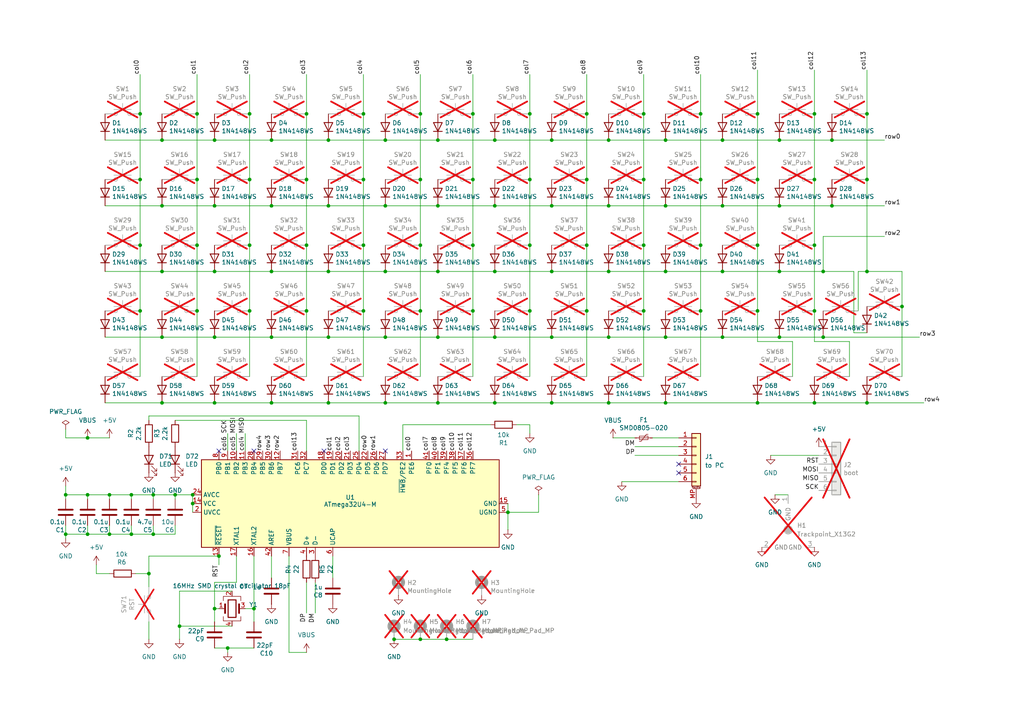
<source format=kicad_sch>
(kicad_sch (version 20231120) (generator "eeschema") (generator_version "8.0")
  (paper "A4")
  (junction (at 143.51 78.74))
  (junction (at 226.06 78.74))
  (junction (at 137.16 52.07))
  (junction (at 25.4 127))
  (junction (at 209.55 78.74))
  (junction (at 147.32 148.59))
  (junction (at 209.55 59.69))
  (junction (at 121.92 185.42))
  (junction (at 219.71 90.17))
  (junction (at 95.25 97.79))
  (junction (at 137.16 71.12))
  (junction (at 62.23 116.84))
  (junction (at 160.02 97.79))
  (junction (at 25.4 143.51))
  (junction (at 25.4 154.94))
  (junction (at 143.51 59.69))
  (junction (at 236.22 52.07))
  (junction (at 251.46 78.74))
  (junction (at 127 40.64))
  (junction (at 111.76 116.84))
  (junction (at 55.88 143.51))
  (junction (at 160.02 40.64))
  (junction (at 186.69 90.17))
  (junction (at 186.69 71.12))
  (junction (at 193.04 40.64))
  (junction (at 143.51 40.64))
  (junction (at 38.1 154.94))
  (junction (at 55.88 146.05))
  (junction (at 186.69 33.02))
  (junction (at 40.64 71.12))
  (junction (at 88.9 33.02))
  (junction (at 127 97.79))
  (junction (at 127 59.69))
  (junction (at 121.92 71.12))
  (junction (at 66.04 187.96))
  (junction (at 236.22 33.02))
  (junction (at 209.55 40.64))
  (junction (at 46.99 59.69))
  (junction (at 203.2 90.17))
  (junction (at 40.64 90.17))
  (junction (at 111.76 40.64))
  (junction (at 143.51 97.79))
  (junction (at 143.51 116.84))
  (junction (at 153.67 52.07))
  (junction (at 241.3 40.64))
  (junction (at 31.75 143.51))
  (junction (at 78.74 78.74))
  (junction (at 111.76 97.79))
  (junction (at 52.07 181.61))
  (junction (at 226.06 40.64))
  (junction (at 219.71 116.84))
  (junction (at 62.23 40.64))
  (junction (at 193.04 97.79))
  (junction (at 238.76 78.74))
  (junction (at 236.22 116.84))
  (junction (at 160.02 116.84))
  (junction (at 44.45 154.94))
  (junction (at 114.3 185.42))
  (junction (at 57.15 33.02))
  (junction (at 203.2 52.07))
  (junction (at 121.92 90.17))
  (junction (at 153.67 90.17))
  (junction (at 46.99 40.64))
  (junction (at 219.71 33.02))
  (junction (at 241.3 59.69))
  (junction (at 261.62 88.9))
  (junction (at 137.16 90.17))
  (junction (at 153.67 71.12))
  (junction (at 226.06 59.69))
  (junction (at 72.39 33.02))
  (junction (at 251.46 52.07))
  (junction (at 160.02 78.74))
  (junction (at 170.18 33.02))
  (junction (at 95.25 59.69))
  (junction (at 193.04 78.74))
  (junction (at 170.18 71.12))
  (junction (at 63.5 161.29))
  (junction (at 57.15 71.12))
  (junction (at 62.23 176.53))
  (junction (at 44.45 143.51))
  (junction (at 78.74 59.69))
  (junction (at 209.55 97.79))
  (junction (at 238.76 97.79))
  (junction (at 236.22 71.12))
  (junction (at 170.18 52.07))
  (junction (at 176.53 78.74))
  (junction (at 176.53 97.79))
  (junction (at 95.25 40.64))
  (junction (at 226.06 97.79))
  (junction (at 88.9 52.07))
  (junction (at 31.75 154.94))
  (junction (at 127 116.84))
  (junction (at 40.64 52.07))
  (junction (at 88.9 71.12))
  (junction (at 193.04 116.84))
  (junction (at 105.41 33.02))
  (junction (at 121.92 33.02))
  (junction (at 57.15 52.07))
  (junction (at 153.67 33.02))
  (junction (at 160.02 59.69))
  (junction (at 62.23 78.74))
  (junction (at 251.46 33.02))
  (junction (at 78.74 97.79))
  (junction (at 78.74 116.84))
  (junction (at 137.16 33.02))
  (junction (at 203.2 33.02))
  (junction (at 88.9 90.17))
  (junction (at 95.25 116.84))
  (junction (at 105.41 71.12))
  (junction (at 176.53 116.84))
  (junction (at 43.18 166.37))
  (junction (at 46.99 97.79))
  (junction (at 176.53 40.64))
  (junction (at 38.1 143.51))
  (junction (at 62.23 59.69))
  (junction (at 111.76 78.74))
  (junction (at 219.71 71.12))
  (junction (at 186.69 52.07))
  (junction (at 46.99 116.84))
  (junction (at 72.39 52.07))
  (junction (at 251.46 116.84))
  (junction (at 73.66 176.53))
  (junction (at 72.39 71.12))
  (junction (at 170.18 90.17))
  (junction (at 72.39 90.17))
  (junction (at 236.22 90.17))
  (junction (at 105.41 52.07))
  (junction (at 78.74 40.64))
  (junction (at 50.8 143.51))
  (junction (at 62.23 97.79))
  (junction (at 176.53 59.69))
  (junction (at 19.05 143.51))
  (junction (at 203.2 71.12))
  (junction (at 219.71 52.07))
  (junction (at 95.25 78.74))
  (junction (at 19.05 154.94))
  (junction (at 111.76 59.69))
  (junction (at 193.04 59.69))
  (junction (at 40.64 33.02))
  (junction (at 57.15 90.17))
  (junction (at 105.41 90.17))
  (junction (at 127 78.74))
  (junction (at 46.99 78.74))
  (junction (at 129.54 185.42))
  (junction (at 121.92 52.07))
  (no_connect (at 63.5 130.81))
  (no_connect (at 196.85 137.16))
  (no_connect (at 93.98 130.81))
  (no_connect (at 196.85 134.62))
  (no_connect (at 111.76 130.81))
  (no_connect (at 73.66 130.81))
  (wire (pts (xy 46.99 116.84) (xy 62.23 116.84)))
  (wire (pts (xy 156.21 143.51) (xy 156.21 148.59)))
  (wire (pts (xy 121.92 52.07) (xy 121.92 71.12)))
  (wire (pts (xy 223.52 132.08) (xy 237.49 132.08)))
  (wire (pts (xy 160.02 116.84) (xy 176.53 116.84)))
  (wire (pts (xy 72.39 90.17) (xy 72.39 109.22)))
  (wire (pts (xy 88.9 33.02) (xy 88.9 52.07)))
  (wire (pts (xy 62.23 116.84) (xy 78.74 116.84)))
  (wire (pts (xy 31.75 154.94) (xy 38.1 154.94)))
  (wire (pts (xy 40.64 33.02) (xy 40.64 52.07)))
  (wire (pts (xy 137.16 71.12) (xy 137.16 52.07)))
  (wire (pts (xy 62.23 78.74) (xy 78.74 78.74)))
  (wire (pts (xy 147.32 148.59) (xy 147.32 146.05)))
  (wire (pts (xy 88.9 21.59) (xy 88.9 33.02)))
  (wire (pts (xy 73.66 176.53) (xy 73.66 180.34)))
  (wire (pts (xy 27.94 166.37) (xy 27.94 163.83)))
  (wire (pts (xy 19.05 154.94) (xy 25.4 154.94)))
  (wire (pts (xy 57.15 90.17) (xy 57.15 109.22)))
  (wire (pts (xy 19.05 152.4) (xy 19.05 154.94)))
  (wire (pts (xy 40.64 21.59) (xy 40.64 33.02)))
  (wire (pts (xy 176.53 40.64) (xy 193.04 40.64)))
  (wire (pts (xy 95.25 40.64) (xy 111.76 40.64)))
  (wire (pts (xy 62.23 176.53) (xy 62.23 180.34)))
  (wire (pts (xy 238.76 78.74) (xy 226.06 78.74)))
  (wire (pts (xy 116.84 123.19) (xy 116.84 130.81)))
  (wire (pts (xy 153.67 21.59) (xy 153.67 33.02)))
  (wire (pts (xy 170.18 33.02) (xy 170.18 52.07)))
  (wire (pts (xy 62.23 168.91) (xy 62.23 176.53)))
  (wire (pts (xy 30.48 97.79) (xy 46.99 97.79)))
  (wire (pts (xy 52.07 171.45) (xy 52.07 181.61)))
  (wire (pts (xy 127 78.74) (xy 143.51 78.74)))
  (wire (pts (xy 39.37 166.37) (xy 43.18 166.37)))
  (wire (pts (xy 46.99 59.69) (xy 62.23 59.69)))
  (wire (pts (xy 203.2 21.59) (xy 203.2 33.02)))
  (wire (pts (xy 153.67 71.12) (xy 153.67 90.17)))
  (wire (pts (xy 95.25 59.69) (xy 111.76 59.69)))
  (wire (pts (xy 160.02 97.79) (xy 176.53 97.79)))
  (wire (pts (xy 251.46 20.32) (xy 251.46 33.02)))
  (wire (pts (xy 193.04 97.79) (xy 209.55 97.79)))
  (wire (pts (xy 176.53 78.74) (xy 160.02 78.74)))
  (wire (pts (xy 95.25 78.74) (xy 111.76 78.74)))
  (wire (pts (xy 31.75 143.51) (xy 31.75 144.78)))
  (wire (pts (xy 193.04 40.64) (xy 209.55 40.64)))
  (wire (pts (xy 246.38 99.06) (xy 236.22 99.06)))
  (wire (pts (xy 30.48 59.69) (xy 46.99 59.69)))
  (wire (pts (xy 186.69 71.12) (xy 186.69 90.17)))
  (wire (pts (xy 55.88 143.51) (xy 55.88 146.05)))
  (wire (pts (xy 78.74 167.64) (xy 78.74 161.29)))
  (wire (pts (xy 170.18 90.17) (xy 170.18 109.22)))
  (wire (pts (xy 44.45 152.4) (xy 44.45 154.94)))
  (wire (pts (xy 83.82 161.29) (xy 83.82 189.23)))
  (wire (pts (xy 105.41 21.59) (xy 105.41 33.02)))
  (wire (pts (xy 43.18 161.29) (xy 63.5 161.29)))
  (wire (pts (xy 72.39 21.59) (xy 72.39 33.02)))
  (wire (pts (xy 91.44 168.91) (xy 91.44 177.8)))
  (wire (pts (xy 57.15 21.59) (xy 57.15 33.02)))
  (wire (pts (xy 52.07 171.45) (xy 67.31 171.45)))
  (wire (pts (xy 193.04 116.84) (xy 219.71 116.84)))
  (wire (pts (xy 105.41 71.12) (xy 105.41 90.17)))
  (wire (pts (xy 142.24 123.19) (xy 116.84 123.19)))
  (wire (pts (xy 121.92 71.12) (xy 121.92 90.17)))
  (wire (pts (xy 62.23 59.69) (xy 78.74 59.69)))
  (wire (pts (xy 31.75 152.4) (xy 31.75 154.94)))
  (wire (pts (xy 50.8 144.78) (xy 50.8 143.51)))
  (wire (pts (xy 46.99 78.74) (xy 62.23 78.74)))
  (wire (pts (xy 62.23 168.91) (xy 68.58 168.91)))
  (wire (pts (xy 111.76 40.64) (xy 127 40.64)))
  (wire (pts (xy 226.06 97.79) (xy 238.76 97.79)))
  (wire (pts (xy 114.3 185.42) (xy 121.92 185.42)))
  (wire (pts (xy 219.71 20.32) (xy 219.71 33.02)))
  (wire (pts (xy 43.18 120.65) (xy 43.18 121.92)))
  (wire (pts (xy 170.18 52.07) (xy 170.18 71.12)))
  (wire (pts (xy 88.9 177.8) (xy 88.9 168.91)))
  (wire (pts (xy 170.18 71.12) (xy 170.18 90.17)))
  (wire (pts (xy 236.22 99.06) (xy 236.22 90.17)))
  (wire (pts (xy 50.8 143.51) (xy 55.88 143.51)))
  (wire (pts (xy 193.04 78.74) (xy 176.53 78.74)))
  (wire (pts (xy 156.21 148.59) (xy 147.32 148.59)))
  (wire (pts (xy 43.18 161.29) (xy 43.18 166.37)))
  (wire (pts (xy 219.71 99.06) (xy 219.71 90.17)))
  (wire (pts (xy 95.25 116.84) (xy 111.76 116.84)))
  (wire (pts (xy 78.74 59.69) (xy 95.25 59.69)))
  (wire (pts (xy 176.53 116.84) (xy 193.04 116.84)))
  (wire (pts (xy 44.45 143.51) (xy 50.8 143.51)))
  (wire (pts (xy 31.75 143.51) (xy 38.1 143.51)))
  (wire (pts (xy 46.99 40.64) (xy 62.23 40.64)))
  (wire (pts (xy 19.05 127) (xy 25.4 127)))
  (wire (pts (xy 105.41 90.17) (xy 105.41 109.22)))
  (wire (pts (xy 95.25 97.79) (xy 111.76 97.79)))
  (wire (pts (xy 236.22 90.17) (xy 236.22 71.12)))
  (wire (pts (xy 62.23 40.64) (xy 78.74 40.64)))
  (wire (pts (xy 25.4 127) (xy 31.75 127)))
  (wire (pts (xy 256.54 59.69) (xy 241.3 59.69)))
  (wire (pts (xy 186.69 90.17) (xy 186.69 109.22)))
  (wire (pts (xy 19.05 143.51) (xy 25.4 143.51)))
  (wire (pts (xy 177.8 127) (xy 184.15 127)))
  (wire (pts (xy 66.04 125.73) (xy 66.04 130.81)))
  (wire (pts (xy 184.15 132.08) (xy 196.85 132.08)))
  (wire (pts (xy 219.71 33.02) (xy 219.71 52.07)))
  (wire (pts (xy 251.46 52.07) (xy 251.46 78.74)))
  (wire (pts (xy 88.9 52.07) (xy 88.9 71.12)))
  (wire (pts (xy 261.62 78.74) (xy 261.62 88.9)))
  (wire (pts (xy 209.55 78.74) (xy 226.06 78.74)))
  (wire (pts (xy 176.53 59.69) (xy 193.04 59.69)))
  (wire (pts (xy 19.05 143.51) (xy 19.05 144.78)))
  (wire (pts (xy 105.41 52.07) (xy 105.41 71.12)))
  (wire (pts (xy 251.46 78.74) (xy 261.62 78.74)))
  (wire (pts (xy 40.64 109.22) (xy 40.64 90.17)))
  (wire (pts (xy 57.15 33.02) (xy 57.15 52.07)))
  (wire (pts (xy 30.48 40.64) (xy 46.99 40.64)))
  (wire (pts (xy 25.4 154.94) (xy 31.75 154.94)))
  (wire (pts (xy 241.3 40.64) (xy 256.54 40.64)))
  (wire (pts (xy 153.67 90.17) (xy 153.67 109.22)))
  (wire (pts (xy 261.62 88.9) (xy 261.62 109.22)))
  (wire (pts (xy 19.05 140.97) (xy 19.05 143.51)))
  (wire (pts (xy 19.05 124.46) (xy 19.05 127)))
  (wire (pts (xy 88.9 130.81) (xy 88.9 121.92)))
  (wire (pts (xy 38.1 143.51) (xy 44.45 143.51)))
  (wire (pts (xy 251.46 96.52) (xy 247.65 96.52)))
  (wire (pts (xy 78.74 78.74) (xy 95.25 78.74)))
  (wire (pts (xy 25.4 143.51) (xy 31.75 143.51)))
  (wire (pts (xy 63.5 176.53) (xy 62.23 176.53)))
  (wire (pts (xy 71.12 125.73) (xy 71.12 130.81)))
  (wire (pts (xy 30.48 116.84) (xy 46.99 116.84)))
  (wire (pts (xy 104.14 120.65) (xy 43.18 120.65)))
  (wire (pts (xy 88.9 90.17) (xy 88.9 109.22)))
  (wire (pts (xy 129.54 185.42) (xy 137.16 185.42)))
  (wire (pts (xy 111.76 78.74) (xy 127 78.74)))
  (wire (pts (xy 219.71 116.84) (xy 236.22 116.84)))
  (wire (pts (xy 153.67 123.19) (xy 153.67 125.73)))
  (wire (pts (xy 229.87 99.06) (xy 229.87 109.22)))
  (wire (pts (xy 40.64 71.12) (xy 40.64 90.17)))
  (wire (pts (xy 137.16 21.59) (xy 137.16 33.02)))
  (wire (pts (xy 143.51 78.74) (xy 160.02 78.74)))
  (wire (pts (xy 44.45 154.94) (xy 50.8 154.94)))
  (wire (pts (xy 137.16 90.17) (xy 137.16 71.12)))
  (wire (pts (xy 251.46 33.02) (xy 251.46 52.07)))
  (wire (pts (xy 246.38 99.06) (xy 246.38 109.22)))
  (wire (pts (xy 149.86 123.19) (xy 153.67 123.19)))
  (wire (pts (xy 203.2 71.12) (xy 203.2 52.07)))
  (wire (pts (xy 193.04 59.69) (xy 209.55 59.69)))
  (wire (pts (xy 189.23 127) (xy 196.85 127)))
  (wire (pts (xy 160.02 59.69) (xy 176.53 59.69)))
  (wire (pts (xy 50.8 154.94) (xy 50.8 152.4)))
  (wire (pts (xy 137.16 33.02) (xy 137.16 52.07)))
  (wire (pts (xy 209.55 40.64) (xy 226.06 40.64)))
  (wire (pts (xy 30.48 78.74) (xy 46.99 78.74)))
  (wire (pts (xy 203.2 33.02) (xy 203.2 52.07)))
  (wire (pts (xy 72.39 71.12) (xy 72.39 90.17)))
  (wire (pts (xy 226.06 40.64) (xy 241.3 40.64)))
  (wire (pts (xy 66.04 189.23) (xy 66.04 187.96)))
  (wire (pts (xy 25.4 143.51) (xy 25.4 144.78)))
  (wire (pts (xy 63.5 163.83) (xy 63.5 161.29)))
  (wire (pts (xy 147.32 148.59) (xy 147.32 153.67)))
  (wire (pts (xy 88.9 121.92) (xy 50.8 121.92)))
  (wire (pts (xy 256.54 68.58) (xy 238.76 68.58)))
  (wire (pts (xy 186.69 21.59) (xy 186.69 33.02)))
  (wire (pts (xy 127 59.69) (xy 143.51 59.69)))
  (wire (pts (xy 72.39 33.02) (xy 72.39 52.07)))
  (wire (pts (xy 25.4 152.4) (xy 25.4 154.94)))
  (wire (pts (xy 127 97.79) (xy 143.51 97.79)))
  (wire (pts (xy 143.51 97.79) (xy 160.02 97.79)))
  (wire (pts (xy 143.51 59.69) (xy 160.02 59.69)))
  (wire (pts (xy 127 97.79) (xy 111.76 97.79)))
  (wire (pts (xy 203.2 90.17) (xy 203.2 71.12)))
  (wire (pts (xy 153.67 33.02) (xy 153.67 52.07)))
  (wire (pts (xy 78.74 40.64) (xy 95.25 40.64)))
  (wire (pts (xy 160.02 40.64) (xy 176.53 40.64)))
  (wire (pts (xy 73.66 176.53) (xy 73.66 161.29)))
  (wire (pts (xy 176.53 97.79) (xy 193.04 97.79)))
  (wire (pts (xy 78.74 97.79) (xy 95.25 97.79)))
  (wire (pts (xy 143.51 40.64) (xy 160.02 40.64)))
  (wire (pts (xy 38.1 154.94) (xy 44.45 154.94)))
  (wire (pts (xy 238.76 97.79) (xy 266.7 97.79)))
  (wire (pts (xy 247.65 96.52) (xy 247.65 78.74)))
  (wire (pts (xy 88.9 71.12) (xy 88.9 90.17)))
  (wire (pts (xy 43.18 166.37) (xy 43.18 170.18)))
  (wire (pts (xy 236.22 116.84) (xy 251.46 116.84)))
  (wire (pts (xy 73.66 187.96) (xy 66.04 187.96)))
  (wire (pts (xy 31.75 166.37) (xy 27.94 166.37)))
  (wire (pts (xy 71.12 176.53) (xy 73.66 176.53)))
  (wire (pts (xy 226.06 59.69) (xy 241.3 59.69)))
  (wire (pts (xy 52.07 181.61) (xy 52.07 185.42)))
  (wire (pts (xy 68.58 168.91) (xy 68.58 161.29)))
  (wire (pts (xy 170.18 21.59) (xy 170.18 33.02)))
  (wire (pts (xy 186.69 33.02) (xy 186.69 52.07)))
  (wire (pts (xy 67.31 181.61) (xy 52.07 181.61)))
  (wire (pts (xy 219.71 71.12) (xy 219.71 90.17)))
  (wire (pts (xy 66.04 187.96) (xy 62.23 187.96)))
  (wire (pts (xy 248.92 90.17) (xy 248.92 78.74)))
  (wire (pts (xy 209.55 59.69) (xy 226.06 59.69)))
  (wire (pts (xy 46.99 97.79) (xy 62.23 97.79)))
  (wire (pts (xy 184.15 129.54) (xy 196.85 129.54)))
  (wire (pts (xy 96.52 167.64) (xy 96.52 161.29)))
  (wire (pts (xy 72.39 52.07) (xy 72.39 71.12)))
  (wire (pts (xy 105.41 33.02) (xy 105.41 52.07)))
  (wire (pts (xy 83.82 189.23) (xy 88.9 189.23)))
  (wire (pts (xy 40.64 52.07) (xy 40.64 71.12)))
  (wire (pts (xy 209.55 97.79) (xy 226.06 97.79)))
  (wire (pts (xy 229.87 99.06) (xy 219.71 99.06)))
  (wire (pts (xy 121.92 21.59) (xy 121.92 33.02)))
  (wire (pts (xy 121.92 90.17) (xy 121.92 109.22)))
  (wire (pts (xy 127 116.84) (xy 143.51 116.84)))
  (wire (pts (xy 111.76 116.84) (xy 127 116.84)))
  (wire (pts (xy 236.22 20.32) (xy 236.22 33.02)))
  (wire (pts (xy 68.58 125.73) (xy 68.58 130.81)))
  (wire (pts (xy 104.14 130.81) (xy 104.14 120.65)))
  (wire (pts (xy 180.34 139.7) (xy 196.85 139.7)))
  (wire (pts (xy 236.22 33.02) (xy 236.22 52.07)))
  (wire (pts (xy 44.45 143.51) (xy 44.45 144.78)))
  (wire (pts (xy 248.92 78.74) (xy 251.46 78.74)))
  (wire (pts (xy 57.15 90.17) (xy 57.15 71.12)))
  (wire (pts (xy 62.23 97.79) (xy 78.74 97.79)))
  (wire (pts (xy 219.71 52.07) (xy 219.71 71.12)))
  (wire (pts (xy 143.51 116.84) (xy 160.02 116.84)))
  (wire (pts (xy 247.65 78.74) (xy 238.76 78.74)))
  (wire (pts (xy 127 40.64) (xy 143.51 40.64)))
  (wire (pts (xy 137.16 90.17) (xy 137.16 109.22)))
  (wire (pts (xy 19.05 156.21) (xy 19.05 154.94)))
  (wire (pts (xy 203.2 90.17) (xy 203.2 109.22)))
  (wire (pts (xy 78.74 116.84) (xy 95.25 116.84)))
  (wire (pts (xy 121.92 33.02) (xy 121.92 52.07)))
  (wire (pts (xy 186.69 52.07) (xy 186.69 71.12)))
  (wire (pts (xy 224.79 143.51) (xy 228.6 143.51)))
  (wire (pts (xy 43.18 180.34) (xy 43.18 185.42)))
  (wire (pts (xy 121.92 185.42) (xy 129.54 185.42)))
  (wire (pts (xy 236.22 52.07) (xy 236.22 71.12)))
  (wire (pts (xy 238.76 68.58) (xy 238.76 78.74)))
  (wire (pts (xy 38.1 143.51) (xy 38.1 144.78)))
  (wire (pts (xy 251.46 116.84) (xy 267.97 116.84)))
  (wire (pts (xy 55.88 146.05) (xy 55.88 148.59)))
  (wire (pts (xy 57.15 71.12) (xy 57.15 52.07)))
  (wire (pts (xy 153.67 52.07) (xy 153.67 71.12)))
  (wire (pts (xy 38.1 152.4) (xy 38.1 154.94)))
  (wire (pts (xy 111.76 59.69) (xy 127 59.69)))
  (wire (pts (xy 193.04 78.74) (xy 209.55 78.74)))
  (label "MOSI" (at 237.49 137.16 180))
  (label "col12" (at 137.16 130.81 90))
  (label "row3" (at 266.7 97.79 0))
  (label "col5" (at 68.58 130.81 90))
  (label "col7" (at 153.67 21.59 90))
  (label "DM" (at 91.44 177.8 270))
  (label "RST" (at 237.49 134.62 180))
  (label "col8" (at 127 130.81 90))
  (label "row0" (at 256.54 40.64 0))
  (label "row1" (at 109.22 130.81 90))
  (label "DP" (at 184.15 132.08 180))
  (label "col6" (at 137.16 21.59 90))
  (label "col2" (at 72.39 21.59 90))
  (label "col9" (at 129.54 130.81 90))
  (label "RST" (at 63.5 163.83 270))
  (label "SCK" (at 237.49 142.24 180))
  (label "DM" (at 184.15 129.54 180))
  (label "col5" (at 121.92 21.59 90))
  (label "col0" (at 40.64 21.59 90))
  (label "row4" (at 267.97 116.84 0))
  (label "MISO" (at 237.49 139.7 180))
  (label "col11" (at 134.62 130.81 90))
  (label "col3" (at 88.9 21.59 90))
  (label "col13" (at 251.46 20.32 90))
  (label "col13" (at 86.36 130.81 90))
  (label "col10" (at 203.2 21.59 90))
  (label "row1" (at 256.54 59.69 0))
  (label "col8" (at 170.18 21.59 90))
  (label "row3" (at 78.74 130.81 90))
  (label "row4" (at 76.2 130.81 90))
  (label "col9" (at 186.69 21.59 90))
  (label "col0" (at 119.38 130.81 90))
  (label "MISO" (at 71.12 125.73 90))
  (label "SCK" (at 66.04 125.73 90))
  (label "col4" (at 71.12 130.81 90))
  (label "col1" (at 57.15 21.59 90))
  (label "col1" (at 96.52 130.81 90))
  (label "row2" (at 256.54 68.58 0))
  (label "DP" (at 88.9 177.8 270))
  (label "row2" (at 81.28 130.81 90))
  (label "row0" (at 106.68 130.81 90))
  (label "col10" (at 132.08 130.81 90))
  (label "col12" (at 236.22 20.32 90))
  (label "col11" (at 219.71 20.32 90))
  (label "col3" (at 101.6 130.81 90))
  (label "col7" (at 124.46 130.81 90))
  (label "col6" (at 66.04 130.81 90))
  (label "col2" (at 99.06 130.81 90))
  (label "MOSI" (at 68.58 125.73 90))
  (label "col4" (at 105.41 21.59 90))
  (symbol (lib_id "Device:D") (at 127 36.83 90) (unit 1)
    (property "Reference" "D7" (at 129.0066 35.6616 90) (effects (justify right)))
    (property "Value" "1N4148WS" (at 129.0066 37.973 90) (effects (justify right)))
    (property "Footprint" "pineapple60S:D_SOD-323F_mod" (effects (hide yes)))
    (property "Description" "Diode" (effects (hide yes)))
    (property "LCSC Part #" "C2128" (effects (hide yes)))
    (property "Sim.Device" "D" (effects (hide yes)))
    (property "Sim.Pins" "1=K 2=A" (effects (hide yes)))
  )
  (symbol (lib_id "Mechanical:MountingHole_Pad") (at 114.3 182.88 0) (unit 1) (exclude_from_sim yes) (in_bom no) (dnp yes)
    (property "Reference" "H4" (at 116.84 180.3399 0) (effects (justify left)))
    (property "Value" "MountingHole_Pad_MP" (at 116.84 182.8799 0) (effects (justify left)))
    (property "Footprint" "pineapple60S:SolderWirePad_1x01_SMD_5x5mm" (effects (hide yes)))
    (property "Description" "Mounting Hole with connection" (effects (hide yes)))
  )
  (symbol (lib_id "Switch:SW_Push") (at 256.54 109.22 0) (mirror y) (unit 1) (dnp yes)
    (property "Reference" "SW70" (at 256.54 101.981 0))
    (property "Value" "SW_Push" (at 256.54 104.2924 0))
    (property "Footprint" "pineapple60S:CPG1316M01D02_0.5U" (effects (hide yes)))
    (property "Description" "Push button switch, generic, two pins" (effects (hide yes)))
  )
  (symbol (lib_id "Device:C") (at 25.4 148.59 180) (unit 1)
    (property "Reference" "C2" (at 25.146 153.6954 0) (effects (justify left)))
    (property "Value" "0.1u" (at 25.146 151.384 0) (effects (justify left)))
    (property "Footprint" "Capacitor_SMD:C_0603_1608Metric" (effects (hide yes)))
    (property "Description" "Unpolarized capacitor" (effects (hide yes)))
    (property "LCSC Part #" "C3011705" (effects (hide yes)))
  )
  (symbol (lib_id "Switch:SW_Push") (at 231.14 33.02 0) (mirror y) (unit 1) (dnp yes)
    (property "Reference" "SW13" (at 231.14 25.781 0))
    (property "Value" "SW_Push" (at 231.14 28.0924 0))
    (property "Footprint" "pineapple60S:CPG1316S01D02_1U" (effects (hide yes)))
    (property "Description" "Push button switch, generic, two pins" (effects (hide yes)))
    (property "LCSC Part #" "C42372112" (effects (hide yes)))
  )
  (symbol (lib_id "Device:R") (at 35.56 166.37 270) (unit 1)
    (property "Reference" "R6" (at 35.306 163.068 90))
    (property "Value" "10k" (at 35.306 160.7566 90))
    (property "Footprint" "Resistor_SMD:R_0603_1608Metric" (effects (hide yes)))
    (property "Description" "Resistor" (effects (hide yes)))
    (property "LCSC Part #" "C25804" (effects (hide yes)))
  )
  (symbol (lib_id "Device:D") (at 219.71 113.03 90) (unit 1)
    (property "Reference" "D68" (at 221.7166 111.8616 90) (effects (justify right)))
    (property "Value" "1N4148WS" (at 221.7166 114.173 90) (effects (justify right)))
    (property "Footprint" "pineapple60S:D_SOD-323F_mod" (effects (hide yes)))
    (property "Description" "Diode" (effects (hide yes)))
    (property "LCSC Part #" "C2128" (effects (hide yes)))
    (property "Sim.Device" "D" (effects (hide yes)))
    (property "Sim.Pins" "1=K 2=A" (effects (hide yes)))
  )
  (symbol (lib_id "power:GND") (at 180.34 139.7 0) (unit 1)
    (property "Reference" "#PWR9" (effects (hide yes)))
    (property "Value" "GND" (at 180.34 144.78 0))
    (property "Description" "Power symbol creates a global label with name \"GND\" , ground" (effects (hide yes)))
  )
  (symbol (lib_id "Device:C") (at 78.74 171.45 180) (unit 1)
    (property "Reference" "C7" (at 72.009 170.0784 0) (effects (justify left)))
    (property "Value" "1u" (at 75.819 170.307 0) (effects (justify left)))
    (property "Footprint" "Capacitor_SMD:C_0603_1608Metric" (effects (hide yes)))
    (property "Description" "Unpolarized capacitor" (effects (hide yes)))
    (property "LCSC Part #" "C77386" (effects (hide yes)))
  )
  (symbol (lib_id "Device:D") (at 209.55 36.83 90) (unit 1)
    (property "Reference" "D12" (at 211.5566 35.6616 90) (effects (justify right)))
    (property "Value" "1N4148WS" (at 211.5566 37.973 90) (effects (justify right)))
    (property "Footprint" "pineapple60S:D_SOD-323F_mod" (effects (hide yes)))
    (property "Description" "Diode" (effects (hide yes)))
    (property "LCSC Part #" "C2128" (effects (hide yes)))
    (property "Sim.Device" "D" (effects (hide yes)))
    (property "Sim.Pins" "1=K 2=A" (effects (hide yes)))
  )
  (symbol (lib_id "Switch:SW_Push") (at 132.08 109.22 0) (mirror y) (unit 1) (dnp yes)
    (property "Reference" "SW63" (at 132.08 101.981 0))
    (property "Value" "SW_Push" (at 132.08 104.2924 0))
    (property "Footprint" "pineapple60S:CPG1316S01D02_1U" (effects (hide yes)))
    (property "Description" "Push button switch, generic, two pins" (effects (hide yes)))
    (property "LCSC Part #" "C42372112" (effects (hide yes)))
  )
  (symbol (lib_id "Device:D") (at 111.76 36.83 90) (unit 1)
    (property "Reference" "D6" (at 113.7666 35.6616 90) (effects (justify right)))
    (property "Value" "1N4148WS" (at 113.7666 37.973 90) (effects (justify right)))
    (property "Footprint" "pineapple60S:D_SOD-323F_mod" (effects (hide yes)))
    (property "Description" "Diode" (effects (hide yes)))
    (property "LCSC Part #" "C2128" (effects (hide yes)))
    (property "Sim.Device" "D" (effects (hide yes)))
    (property "Sim.Pins" "1=K 2=A" (effects (hide yes)))
  )
  (symbol (lib_id "Device:D") (at 127 55.88 90) (unit 1)
    (property "Reference" "D21" (at 129.0066 54.7116 90) (effects (justify right)))
    (property "Value" "1N4148WS" (at 129.0066 57.023 90) (effects (justify right)))
    (property "Footprint" "pineapple60S:D_SOD-323F_mod" (effects (hide yes)))
    (property "Description" "Diode" (effects (hide yes)))
    (property "LCSC Part #" "C2128" (effects (hide yes)))
    (property "Sim.Device" "D" (effects (hide yes)))
    (property "Sim.Pins" "1=K 2=A" (effects (hide yes)))
  )
  (symbol (lib_id "Switch:SW_Push") (at 100.33 90.17 0) (mirror y) (unit 1) (dnp yes)
    (property "Reference" "SW47" (at 100.33 82.931 0))
    (property "Value" "SW_Push" (at 100.33 85.2424 0))
    (property "Footprint" "pineapple60S:CPG1316S01D02_1U" (effects (hide yes)))
    (property "Description" "Push button switch, generic, two pins" (effects (hide yes)))
    (property "LCSC Part #" "C42372112" (effects (hide yes)))
  )
  (symbol (lib_id "Device:R") (at 50.8 125.73 180) (unit 1)
    (property "Reference" "R3" (at 45.5422 125.73 90))
    (property "Value" "2.2k" (at 47.8536 125.73 90))
    (property "Footprint" "Resistor_SMD:R_0603_1608Metric" (effects (hide yes)))
    (property "Description" "Resistor" (effects (hide yes)))
    (property "LCSC Part #" "C4190" (effects (hide yes)))
  )
  (symbol (lib_id "Device:D") (at 193.04 93.98 90) (unit 1)
    (property "Reference" "D53" (at 195.0466 92.8116 90) (effects (justify right)))
    (property "Value" "1N4148WS" (at 195.0466 95.123 90) (effects (justify right)))
    (property "Footprint" "pineapple60S:D_SOD-323F_mod" (effects (hide yes)))
    (property "Description" "Diode" (effects (hide yes)))
    (property "LCSC Part #" "C2128" (effects (hide yes)))
    (property "Sim.Device" "D" (effects (hide yes)))
    (property "Sim.Pins" "1=K 2=A" (effects (hide yes)))
  )
  (symbol (lib_id "Device:D") (at 160.02 55.88 90) (unit 1)
    (property "Reference" "D23" (at 162.0266 54.7116 90) (effects (justify right)))
    (property "Value" "1N4148WS" (at 162.0266 57.023 90) (effects (justify right)))
    (property "Footprint" "pineapple60S:D_SOD-323F_mod" (effects (hide yes)))
    (property "Description" "Diode" (effects (hide yes)))
    (property "LCSC Part #" "C2128" (effects (hide yes)))
    (property "Sim.Device" "D" (effects (hide yes)))
    (property "Sim.Pins" "1=K 2=A" (effects (hide yes)))
  )
  (symbol (lib_id "Device:D") (at 95.25 93.98 90) (unit 1)
    (property "Reference" "D47" (at 97.2566 92.8116 90) (effects (justify right)))
    (property "Value" "1N4148WS" (at 97.2566 95.123 90) (effects (justify right)))
    (property "Footprint" "pineapple60S:D_SOD-323F_mod" (effects (hide yes)))
    (property "Description" "Diode" (effects (hide yes)))
    (property "LCSC Part #" "C2128" (effects (hide yes)))
    (property "Sim.Device" "D" (effects (hide yes)))
    (property "Sim.Pins" "1=K 2=A" (effects (hide yes)))
  )
  (symbol (lib_id "Switch:SW_Push") (at 214.63 71.12 0) (mirror y) (unit 1) (dnp yes)
    (property "Reference" "SW40" (at 214.63 63.881 0))
    (property "Value" "SW_Push" (at 214.63 66.1924 0))
    (property "Footprint" "pineapple60S:CPG1316S01D02_1U" (effects (hide yes)))
    (property "Description" "Push button switch, generic, two pins" (effects (hide yes)))
    (property "LCSC Part #" "C42372112" (effects (hide yes)))
  )
  (symbol (lib_id "Switch:SW_Push") (at 165.1 109.22 0) (mirror y) (unit 1) (dnp yes)
    (property "Reference" "SW65" (at 165.1 101.981 0))
    (property "Value" "SW_Push" (at 165.1 104.2924 0))
    (property "Footprint" "pineapple60S:CPG1316S01D02_1U" (effects (hide yes)))
    (property "Description" "Push button switch, generic, two pins" (effects (hide yes)))
    (property "LCSC Part #" "C42372112" (effects (hide yes)))
  )
  (symbol (lib_id "power:GND") (at 153.67 125.73 0) (unit 1)
    (property "Reference" "#PWR1" (effects (hide yes)))
    (property "Value" "GND" (at 153.67 130.81 0))
    (property "Description" "Power symbol creates a global label with name \"GND\" , ground" (effects (hide yes)))
  )
  (symbol (lib_id "Connector_Generic_MountingPin:Conn_01x06_MountingPin") (at 201.93 132.08 0) (unit 1)
    (property "Reference" "J1" (at 204.47 132.4355 0) (effects (justify left)))
    (property "Value" "to PC" (at 204.47 134.9755 0) (effects (justify left)))
    (property "Footprint" "FH34SRJ-6S-0.5SH_50_:HRS_FH34SRJ-6S-0.5SH_50_mod" (effects (hide yes)))
    (property "Description" "Generic connectable mounting pin connector, single row, 01x06, script generated (kicad-library-utils/schlib/autogen/connector/)" (effects (hide yes)))
    (property "LCSC Part #" "C466529" (effects (hide yes)))
  )
  (symbol (lib_id "Device:D") (at 241.3 36.83 90) (unit 1)
    (property "Reference" "D14" (at 243.3066 35.6616 90) (effects (justify right)))
    (property "Value" "1N4148WS" (at 243.3066 37.973 90) (effects (justify right)))
    (property "Footprint" "pineapple60S:D_SOD-323F_mod" (effects (hide yes)))
    (property "Description" "Diode" (effects (hide yes)))
    (property "LCSC Part #" "C2128" (effects (hide yes)))
    (property "Sim.Device" "D" (effects (hide yes)))
    (property "Sim.Pins" "1=K 2=A" (effects (hide yes)))
  )
  (symbol (lib_id "Switch:SW_Push") (at 148.59 71.12 0) (mirror y) (unit 1) (dnp yes)
    (property "Reference" "SW36" (at 148.59 63.881 0))
    (property "Value" "SW_Push" (at 148.59 66.1924 0))
    (property "Footprint" "pineapple60S:CPG1316S01D02_1U" (effects (hide yes)))
    (property "Description" "Push button switch, generic, two pins" (effects (hide yes)))
    (property "LCSC Part #" "C42372112" (effects (hide yes)))
  )
  (symbol (lib_id "power:GND") (at 50.8 137.16 0) (unit 1)
    (property "Reference" "#PWR8" (effects (hide yes)))
    (property "Value" "GND" (at 50.8 142.24 0))
    (property "Description" "Power symbol creates a global label with name \"GND\" , ground" (effects (hide yes)))
  )
  (symbol (lib_id "Device:D") (at 127 93.98 90) (unit 1)
    (property "Reference" "D49" (at 129.0066 92.8116 90) (effects (justify right)))
    (property "Value" "1N4148WS" (at 129.0066 95.123 90) (effects (justify right)))
    (property "Footprint" "pineapple60S:D_SOD-323F_mod" (effects (hide yes)))
    (property "Description" "Diode" (effects (hide yes)))
    (property "LCSC Part #" "C2128" (effects (hide yes)))
    (property "Sim.Device" "D" (effects (hide yes)))
    (property "Sim.Pins" "1=K 2=A" (effects (hide yes)))
  )
  (symbol (lib_id "Switch:SW_Push") (at 67.31 33.02 0) (mirror y) (unit 1) (dnp yes)
    (property "Reference" "SW3" (at 67.31 25.781 0))
    (property "Value" "SW_Push" (at 67.31 28.0924 0))
    (property "Footprint" "pineapple60S:CPG1316S01D02_1U" (effects (hide yes)))
    (property "Description" "Push button switch, generic, two pins" (effects (hide yes)))
    (property "LCSC Part #" "C42372112" (effects (hide yes)))
  )
  (symbol (lib_id "Device:C") (at 31.75 148.59 180) (unit 1)
    (property "Reference" "C3" (at 31.496 153.6954 0) (effects (justify left)))
    (property "Value" "0.1u" (at 31.496 151.384 0) (effects (justify left)))
    (property "Footprint" "Capacitor_SMD:C_0603_1608Metric" (effects (hide yes)))
    (property "Description" "Unpolarized capacitor" (effects (hide yes)))
    (property "LCSC Part #" "C3011705" (effects (hide yes)))
  )
  (symbol (lib_id "power:GND") (at 224.79 143.51 0) (unit 1)
    (property "Reference" "#PWR12" (effects (hide yes)))
    (property "Value" "GND" (at 224.79 148.59 0))
    (property "Description" "Power symbol creates a global label with name \"GND\" , ground" (effects (hide yes)))
  )
  (symbol (lib_id "power:GND") (at 78.74 175.26 0) (unit 1)
    (property "Reference" "#PWR20" (effects (hide yes)))
    (property "Value" "GND" (at 78.74 180.34 0))
    (property "Description" "Power symbol creates a global label with name \"GND\" , ground" (effects (hide yes)))
  )
  (symbol (lib_id "Switch:SW_Push") (at 116.84 90.17 0) (mirror y) (unit 1) (dnp yes)
    (property "Reference" "SW48" (at 116.84 82.931 0))
    (property "Value" "SW_Push" (at 116.84 85.2424 0))
    (property "Footprint" "pineapple60S:CPG1316S01D02_1U" (effects (hide yes)))
    (property "Description" "Push button switch, generic, two pins" (effects (hide yes)))
    (property "LCSC Part #" "C42372112" (effects (hide yes)))
  )
  (symbol (lib_id "Device:C") (at 62.23 184.15 180) (unit 1)
    (property "Reference" "C9" (at 59.309 185.3184 0) (effects (justify left)))
    (property "Value" "22pF" (at 59.309 183.007 0) (effects (justify left)))
    (property "Footprint" "Capacitor_SMD:C_0603_1608Metric" (effects (hide yes)))
    (property "Description" "Unpolarized capacitor" (effects (hide yes)))
    (property "LCSC Part #" "C85969" (effects (hide yes)))
  )
  (symbol (lib_id "Device:D") (at 226.06 36.83 90) (unit 1)
    (property "Reference" "D13" (at 228.0666 35.6616 90) (effects (justify right)))
    (property "Value" "1N4148WS" (at 228.0666 37.973 90) (effects (justify right)))
    (property "Footprint" "pineapple60S:D_SOD-323F_mod" (effects (hide yes)))
    (property "Description" "Diode" (effects (hide yes)))
    (property "LCSC Part #" "C2128" (effects (hide yes)))
    (property "Sim.Device" "D" (effects (hide yes)))
    (property "Sim.Pins" "1=K 2=A" (effects (hide yes)))
  )
  (symbol (lib_id "power:GND") (at 52.07 185.42 0) (unit 1)
    (property "Reference" "#PWR23" (effects (hide yes)))
    (property "Value" "GND" (at 52.07 190.5 0))
    (property "Description" "Power symbol creates a global label with name \"GND\" , ground" (effects (hide yes)))
  )
  (symbol (lib_id "Device:D") (at 176.53 55.88 90) (unit 1)
    (property "Reference" "D24" (at 178.5366 54.7116 90) (effects (justify right)))
    (property "Value" "1N4148WS" (at 178.5366 57.023 90) (effects (justify right)))
    (property "Footprint" "pineapple60S:D_SOD-323F_mod" (effects (hide yes)))
    (property "Description" "Diode" (effects (hide yes)))
    (property "LCSC Part #" "C2128" (effects (hide yes)))
    (property "Sim.Device" "D" (effects (hide yes)))
    (property "Sim.Pins" "1=K 2=A" (effects (hide yes)))
  )
  (symbol (lib_id "Switch:SW_Push") (at 132.08 33.02 0) (mirror y) (unit 1) (dnp yes)
    (property "Reference" "SW7" (at 132.08 25.781 0))
    (property "Value" "SW_Push" (at 132.08 28.0924 0))
    (property "Footprint" "pineapple60S:CPG1316S01D02_1U" (effects (hide yes)))
    (property "Description" "Push button switch, generic, two pins" (effects (hide yes)))
    (property "LCSC Part #" "C42372112" (effects (hide yes)))
  )
  (symbol (lib_id "Switch:SW_Push") (at 43.18 175.26 90) (mirror x) (unit 1) (dnp yes)
    (property "Reference" "SW71" (at 35.941 175.26 0))
    (property "Value" "RST" (at 38.2524 175.26 0))
    (property "Footprint" "Jumper:SolderJumper-2_P1.3mm_Open_Pad1.0x1.5mm" (effects (hide yes)))
    (property "Description" "Push button switch, generic, two pins" (effects (hide yes)))
  )
  (symbol (lib_id "Switch:SW_Push") (at 100.33 33.02 0) (mirror y) (unit 1) (dnp yes)
    (property "Reference" "SW5" (at 100.33 25.781 0))
    (property "Value" "SW_Push" (at 100.33 28.0924 0))
    (property "Footprint" "pineapple60S:CPG1316S01D02_1U" (effects (hide yes)))
    (property "Description" "Push button switch, generic, two pins" (effects (hide yes)))
    (property "LCSC Part #" "C42372112" (effects (hide yes)))
  )
  (symbol (lib_id "power:PWR_FLAG") (at 156.21 143.51 0) (unit 1)
    (property "Reference" "#FLG2" (effects (hide yes)))
    (property "Value" "PWR_FLAG" (at 156.21 138.43 0))
    (property "Description" "Special symbol for telling ERC where power comes from" (effects (hide yes)))
  )
  (symbol (lib_id "Mechanical:MountingHole_Pad") (at 115.57 170.18 0) (unit 1) (exclude_from_sim yes) (in_bom no) (dnp yes)
    (property "Reference" "H2" (at 118.11 169.0116 0) (effects (justify left)))
    (property "Value" "MountingHole" (at 118.11 171.323 0) (effects (justify left)))
    (property "Footprint" "pineapple60S:MountingHole_3mm_Pad_Top_noVia" (effects (hide yes)))
    (property "Description" "Mounting Hole with connection" (effects (hide yes)))
  )
  (symbol (lib_id "Switch:SW_Push") (at 181.61 90.17 0) (mirror y) (unit 1) (dnp yes)
    (property "Reference" "SW52" (at 181.61 82.931 0))
    (property "Value" "SW_Push" (at 181.61 85.2424 0))
    (property "Footprint" "pineapple60S:CPG1316S01D02_1U" (effects (hide yes)))
    (property "Description" "Push button switch, generic, two pins" (effects (hide yes)))
    (property "LCSC Part #" "C42372112" (effects (hide yes)))
  )
  (symbol (lib_id "Device:D") (at 78.74 55.88 90) (unit 1)
    (property "Reference" "D18" (at 80.7466 54.7116 90) (effects (justify right)))
    (property "Value" "1N4148WS" (at 80.7466 57.023 90) (effects (justify right)))
    (property "Footprint" "pineapple60S:D_SOD-323F_mod" (effects (hide yes)))
    (property "Description" "Diode" (effects (hide yes)))
    (property "LCSC Part #" "C2128" (effects (hide yes)))
    (property "Sim.Device" "D" (effects (hide yes)))
    (property "Sim.Pins" "1=K 2=A" (effects (hide yes)))
  )
  (symbol (lib_id "Device:D") (at 226.06 93.98 90) (unit 1)
    (property "Reference" "D55" (at 228.0666 92.8116 90) (effects (justify right)))
    (property "Value" "1N4148WS" (at 228.0666 95.123 90) (effects (justify right)))
    (property "Footprint" "pineapple60S:D_SOD-323F_mod" (effects (hide yes)))
    (property "Description" "Diode" (effects (hide yes)))
    (property "LCSC Part #" "C2128" (effects (hide yes)))
    (property "Sim.Device" "D" (effects (hide yes)))
    (property "Sim.Pins" "1=K 2=A" (effects (hide yes)))
  )
  (symbol (lib_id "Switch:SW_Push") (at 198.12 109.22 0) (mirror y) (unit 1) (dnp yes)
    (property "Reference" "SW67" (at 198.12 101.981 0))
    (property "Value" "SW_Push" (at 198.12 104.2924 0))
    (property "Footprint" "pineapple60S:CPG1316M01D02_0.5U" (effects (hide yes)))
    (property "Description" "Push button switch, generic, two pins" (effects (hide yes)))
  )
  (symbol (lib_id "Switch:SW_Push") (at 35.56 33.02 0) (mirror y) (unit 1) (dnp yes)
    (property "Reference" "SW1" (at 35.56 25.781 0))
    (property "Value" "SW_Push" (at 35.56 28.0924 0))
    (property "Footprint" "pineapple60S:CPG1316S01D02_1.25U" (effects (hide yes)))
    (property "Description" "Push button switch, generic, two pins" (effects (hide yes)))
    (property "LCSC Part #" "C42372112" (effects (hide yes)))
  )
  (symbol (lib_id "Switch:SW_Push") (at 231.14 71.12 0) (mirror y) (unit 1) (dnp yes)
    (property "Reference" "SW41" (at 231.14 63.881 0))
    (property "Value" "SW_Push" (at 231.14 66.1924 0))
    (property "Footprint" "pineapple60S:CPG1316S01D02_1.5U" (effects (hide yes)))
    (property "Description" "Push button switch, generic, two pins" (effects (hide yes)))
    (property "LCSC Part #" "C42372112" (effects (hide yes)))
  )
  (symbol (lib_id "Device:D") (at 46.99 113.03 90) (unit 1)
    (property "Reference" "D58" (at 48.9966 111.8616 90) (effects (justify right)))
    (property "Value" "1N4148WS" (at 48.9966 114.173 90) (effects (justify right)))
    (property "Footprint" "pineapple60S:D_SOD-323F_mod" (effects (hide yes)))
    (property "Description" "Diode" (effects (hide yes)))
    (property "LCSC Part #" "C2128" (effects (hide yes)))
    (property "Sim.Device" "D" (effects (hide yes)))
    (property "Sim.Pins" "1=K 2=A" (effects (hide yes)))
  )
  (symbol (lib_id "Switch:SW_Push") (at 181.61 109.22 0) (mirror y) (unit 1) (dnp yes)
    (property "Reference" "SW66" (at 181.61 101.981 0))
    (property "Value" "SW_Push" (at 181.61 104.2924 0))
    (property "Footprint" "pineapple60S:CPG1316M01D02_0.5U" (effects (hide yes)))
    (property "Description" "Push button switch, generic, two pins" (effects (hide yes)))
  )
  (symbol (lib_id "Switch:SW_Push") (at 52.07 33.02 0) (mirror y) (unit 1) (dnp yes)
    (property "Reference" "SW2" (at 52.07 25.781 0))
    (property "Value" "SW_Push" (at 52.07 28.0924 0))
    (property "Footprint" "pineapple60S:CPG1316S01D02_1U" (effects (hide yes)))
    (property "Description" "Push button switch, generic, two pins" (effects (hide yes)))
    (property "LCSC Part #" "C42372112" (effects (hide yes)))
  )
  (symbol (lib_id "Connector_Generic:Conn_01x06") (at 242.57 134.62 0) (unit 1) (dnp yes)
    (property "Reference" "J2" (at 244.602 134.8232 0) (effects (justify left)))
    (property "Value" "boot" (at 244.602 137.1346 0) (effects (justify left)))
    (property "Footprint" "pineapple60S:PinHeader_0.8x06_P2.54mm_Vertical_noline_toponly" (effects (hide yes)))
    (property "Description" "Generic connector, single row, 01x06, script generated (kicad-library-utils/schlib/autogen/connector/)" (effects (hide yes)))
  )
  (symbol (lib_id "pineapple:Trackpoint_X13G2") (at 228.6 153.67 0) (unit 1) (exclude_from_sim yes) (in_bom no) (dnp yes)
    (property "Reference" "H1" (at 231.14 152.3999 0) (effects (justify left)))
    (property "Value" "Trackpoint_X13G2" (at 231.14 154.9399 0) (effects (justify left)))
    (property "Footprint" "pineapple60S:Trackpoint_X13G2" (effects (hide yes)))
    (property "Description" "for X13G2" (effects (hide yes)))
  )
  (symbol (lib_id "Switch:SW_Push") (at 198.12 71.12 0) (mirror y) (unit 1) (dnp yes)
    (property "Reference" "SW39" (at 198.12 63.881 0))
    (property "Value" "SW_Push" (at 198.12 66.1924 0))
    (property "Footprint" "pineapple60S:CPG1316S01D02_1U" (effects (hide yes)))
    (property "Description" "Push button switch, generic, two pins" (effects (hide yes)))
    (property "LCSC Part #" "C42372112" (effects (hide yes)))
  )
  (symbol (lib_id "Switch:SW_Push") (at 52.07 90.17 0) (mirror y) (unit 1) (dnp yes)
    (property "Reference" "SW44" (at 52.07 82.931 0))
    (property "Value" "SW_Push" (at 52.07 85.2424 0))
    (property "Footprint" "pineapple60S:CPG1316S01D02_1U" (effects (hide yes)))
    (property "Description" "Push button switch, generic, two pins" (effects (hide yes)))
    (property "LCSC Part #" "C42372112" (effects (hide yes)))
  )
  (symbol (lib_id "Switch:SW_Push") (at 83.82 90.17 0) (mirror y) (unit 1) (dnp yes)
    (property "Reference" "SW46" (at 83.82 82.931 0))
    (property "Value" "SW_Push" (at 83.82 85.2424 0))
    (property "Footprint" "pineapple60S:CPG1316S01D02_1U" (effects (hide yes)))
    (property "Description" "Push button switch, generic, two pins" (effects (hide yes)))
    (property "LCSC Part #" "C42372112" (effects (hide yes)))
  )
  (symbol (lib_id "Device:R") (at 88.9 165.1 180) (unit 1)
    (property "Reference" "R4" (at 83.6422 165.1 90))
    (property "Value" "22" (at 85.9536 165.1 90))
    (property "Footprint" "Resistor_SMD:R_0603_1608Metric" (effects (hide yes)))
    (property "Description" "Resistor" (effects (hide yes)))
    (property "LCSC Part #" "C23345" (effects (hide yes)))
  )
  (symbol (lib_id "Switch:SW_Push") (at 165.1 90.17 0) (mirror y) (unit 1) (dnp yes)
    (property "Reference" "SW51" (at 165.1 82.931 0))
    (property "Value" "SW_Push" (at 165.1 85.2424 0))
    (property "Footprint" "pineapple60S:CPG1316S01D02_1U" (effects (hide yes)))
    (property "Description" "Push button switch, generic, two pins" (effects (hide yes)))
    (property "LCSC Part #" "C42372112" (effects (hide yes)))
  )
  (symbol (lib_id "Switch:SW_Push") (at 231.14 90.17 0) (mirror y) (unit 1) (dnp yes)
    (property "Reference" "SW55" (at 231.14 82.931 0))
    (property "Value" "SW_Push" (at 231.14 85.2424 0))
    (property "Footprint" "pineapple60S:CPG1316M01D02_0.5U" (effects (hide yes)))
    (property "Description" "Push button switch, generic, two pins" (effects (hide yes)))
    (property "LCSC Part #" "C42372112" (effects (hide yes)))
  )
  (symbol (lib_id "Device:C") (at 96.52 171.45 180) (unit 1)
    (property "Reference" "C8" (at 93.599 172.6184 0) (effects (justify left)))
    (property "Value" "1u" (at 93.599 170.307 0) (effects (justify left)))
    (property "Footprint" "Capacitor_SMD:C_0603_1608Metric" (effects (hide yes)))
    (property "Description" "Unpolarized capacitor" (effects (hide yes)))
    (property "LCSC Part #" "C77386" (effects (hide yes)))
  )
  (symbol (lib_id "Switch:SW_Push") (at 148.59 90.17 0) (mirror y) (unit 1) (dnp yes)
    (property "Reference" "SW50" (at 148.59 82.931 0))
    (property "Value" "SW_Push" (at 148.59 85.2424 0))
    (property "Footprint" "pineapple60S:CPG1316S01D02_1U" (effects (hide yes)))
    (property "Description" "Push button switch, generic, two pins" (effects (hide yes)))
    (property "LCSC Part #" "C42372112" (effects (hide yes)))
  )
  (symbol (lib_id "power:+5V") (at 27.94 163.83 0) (unit 1)
    (property "Reference" "#PWR17" (effects (hide yes)))
    (property "Value" "+5V" (at 27.94 158.75 0))
    (property "Description" "Power symbol creates a global label with name \"+5V\"" (effects (hide yes)))
  )
  (symbol (lib_id "Device:C") (at 44.45 148.59 180) (unit 1)
    (property "Reference" "C5" (at 44.196 153.6954 0) (effects (justify left)))
    (property "Value" "4.7u" (at 44.196 151.384 0) (effects (justify left)))
    (property "Footprint" "Capacitor_SMD:C_0805_2012Metric" (effects (hide yes)))
    (property "Description" "Unpolarized capacitor" (effects (hide yes)))
    (property "LCSC Part #" "C162420" (effects (hide yes)))
  )
  (symbol (lib_id "Device:D") (at 160.02 93.98 90) (unit 1)
    (property "Reference" "D51" (at 162.0266 92.8116 90) (effects (justify right)))
    (property "Value" "1N4148WS" (at 162.0266 95.123 90) (effects (justify right)))
    (property "Footprint" "pineapple60S:D_SOD-323F_mod" (effects (hide yes)))
    (property "Description" "Diode" (effects (hide yes)))
    (property "LCSC Part #" "C2128" (effects (hide yes)))
    (property "Sim.Device" "D" (effects (hide yes)))
    (property "Sim.Pins" "1=K 2=A" (effects (hide yes)))
  )
  (symbol (lib_id "Device:D") (at 209.55 93.98 90) (unit 1)
    (property "Reference" "D54" (at 211.5566 92.8116 90) (effects (justify right)))
    (property "Value" "1N4148WS" (at 211.5566 95.123 90) (effects (justify right)))
    (property "Footprint" "pineapple60S:D_SOD-323F_mod" (effects (hide yes)))
    (property "Description" "Diode" (effects (hide yes)))
    (property "LCSC Part #" "C2128" (effects (hide yes)))
    (property "Sim.Device" "D" (effects (hide yes)))
    (property "Sim.Pins" "1=K 2=A" (effects (hide yes)))
  )
  (symbol (lib_id "Switch:SW_Push") (at 116.84 33.02 0) (mirror y) (unit 1) (dnp yes)
    (property "Reference" "SW6" (at 116.84 25.781 0))
    (property "Value" "SW_Push" (at 116.84 28.0924 0))
    (property "Footprint" "pineapple60S:CPG1316S01D02_1U" (effects (hide yes)))
    (property "Description" "Push button switch, generic, two pins" (effects (hide yes)))
    (property "LCSC Part #" "C42372112" (effects (hide yes)))
  )
  (symbol (lib_id "Device:C") (at 73.66 184.15 180) (unit 1)
    (property "Reference" "C10" (at 79.248 189.484 0) (effects (justify left)))
    (property "Value" "22pF" (at 79.248 187.1726 0) (effects (justify left)))
    (property "Footprint" "Capacitor_SMD:C_0603_1608Metric" (effects (hide yes)))
    (property "Description" "Unpolarized capacitor" (effects (hide yes)))
    (property "LCSC Part #" "C85969" (effects (hide yes)))
  )
  (symbol (lib_id "Switch:SW_Push") (at 132.08 90.17 0) (mirror y) (unit 1) (dnp yes)
    (property "Reference" "SW49" (at 132.08 82.931 0))
    (property "Value" "SW_Push" (at 132.08 85.2424 0))
    (property "Footprint" "pineapple60S:CPG1316S01D02_1U" (effects (hide yes)))
    (property "Description" "Push button switch, generic, two pins" (effects (hide yes)))
    (property "LCSC Part #" "C42372112" (effects (hide yes)))
  )
  (symbol (lib_id "Switch:SW_Push") (at 181.61 33.02 0) (mirror y) (unit 1) (dnp yes)
    (property "Reference" "SW10" (at 181.61 25.781 0))
    (property "Value" "SW_Push" (at 181.61 28.0924 0))
    (property "Footprint" "pineapple60S:CPG1316S01D02_1U" (effects (hide yes)))
    (property "Description" "Push button switch, generic, two pins" (effects (hide yes)))
    (property "LCSC Part #" "C42372112" (effects (hide yes)))
  )
  (symbol (lib_id "Device:D") (at 30.48 55.88 90) (unit 1)
    (property "Reference" "D15" (at 32.4866 54.7116 90) (effects (justify right)))
    (property "Value" "1N4148WS" (at 32.4866 57.023 90) (effects (justify right)))
    (property "Footprint" "pineapple60S:D_SOD-323F_mod" (effects (hide yes)))
    (property "Description" "Diode" (effects (hide yes)))
    (property "LCSC Part #" "C2128" (effects (hide yes)))
    (property "Sim.Device" "D" (effects (hide yes)))
    (property "Sim.Pins" "1=K 2=A" (effects (hide yes)))
  )
  (symbol (lib_id "Switch:SW_Push") (at 35.56 52.07 0) (mirror y) (unit 1) (dnp yes)
    (property "Reference" "SW15" (at 35.56 44.831 0))
    (property "Value" "SW_Push" (at 35.56 47.1424 0))
    (property "Footprint" "pineapple60S:CPG1316S01D02_1.25U" (effects (hide yes)))
    (property "Description" "Push button switch, generic, two pins" (effects (hide yes)))
    (property "LCSC Part #" "C42372112" (effects (hide yes)))
  )
  (symbol (lib_id "Switch:SW_Push") (at 148.59 52.07 0) (mirror y) (unit 1) (dnp yes)
    (property "Reference" "SW22" (at 148.59 44.831 0))
    (property "Value" "SW_Push" (at 148.59 47.1424 0))
    (property "Footprint" "pineapple60S:CPG1316S01D02_1U" (effects (hide yes)))
    (property "Description" "Push button switch, generic, two pins" (effects (hide yes)))
    (property "LCSC Part #" "C42372112" (effects (hide yes)))
  )
  (symbol (lib_id "Switch:SW_Push") (at 214.63 90.17 0) (mirror y) (unit 1) (dnp yes)
    (property "Reference" "SW54" (at 214.63 82.931 0))
    (property "Value" "SW_Push" (at 214.63 85.2424 0))
    (property "Footprint" "pineapple60S:CPG1316S01D02_2U" (effects (hide yes)))
    (property "Description" "Push button switch, generic, two pins" (effects (hide yes)))
    (property "LCSC Part #" "C42372112" (effects (hide yes)))
  )
  (symbol (lib_id "Device:D") (at 111.76 93.98 90) (unit 1)
    (property "Reference" "D48" (at 113.7666 92.8116 90) (effects (justify right)))
    (property "Value" "1N4148WS" (at 113.7666 95.123 90) (effects (justify right)))
    (property "Footprint" "pineapple60S:D_SOD-323F_mod" (effects (hide yes)))
    (property "Description" "Diode" (effects (hide yes)))
    (property "LCSC Part #" "C2128" (effects (hide yes)))
    (property "Sim.Device" "D" (effects (hide yes)))
    (property "Sim.Pins" "1=K 2=A" (effects (hide yes)))
  )
  (symbol (lib_id "Switch:SW_Push") (at 100.33 52.07 0) (mirror y) (unit 1) (dnp yes)
    (property "Reference" "SW19" (at 100.33 44.831 0))
    (property "Value" "SW_Push" (at 100.33 47.1424 0))
    (property "Footprint" "pineapple60S:CPG1316S01D02_1U" (effects (hide yes)))
    (property "Description" "Push button switch, generic, two pins" (effects (hide yes)))
    (property "LCSC Part #" "C42372112" (effects (hide yes)))
  )
  (symbol (lib_id "Switch:SW_Push") (at 148.59 33.02 0) (mirror y) (unit 1) (dnp yes)
    (property "Reference" "SW8" (at 148.59 25.781 0))
    (property "Value" "SW_Push" (at 148.59 28.0924 0))
    (property "Footprint" "pineapple60S:CPG1316S01D02_1U" (effects (hide yes)))
    (property "Description" "Push button switch, generic, two pins" (effects (hide yes)))
    (property "LCSC Part #" "C42372112" (effects (hide yes)))
  )
  (symbol (lib_id "power:PWR_FLAG") (at 19.05 124.46 0) (unit 1)
    (property "Reference" "#FLG1" (effects (hide yes)))
    (property "Value" "PWR_FLAG" (at 19.05 119.38 0))
    (property "Description" "Special symbol for telling ERC where power comes from" (effects (hide yes)))
  )
  (symbol (lib_id "Device:D") (at 62.23 74.93 90) (unit 1)
    (property "Reference" "D31" (at 64.2366 73.7616 90) (effects (justify right)))
    (property "Value" "1N4148WS" (at 64.2366 76.073 90) (effects (justify right)))
    (property "Footprint" "pineapple60S:D_SOD-323F_mod" (effects (hide yes)))
    (property "Description" "Diode" (effects (hide yes)))
    (property "LCSC Part #" "C2128" (effects (hide yes)))
    (property "Sim.Device" "D" (effects (hide yes)))
    (property "Sim.Pins" "1=K 2=A" (effects (hide yes)))
  )
  (symbol (lib_id "Device:D") (at 143.51 74.93 90) (unit 1)
    (property "Reference" "D36" (at 145.5166 73.7616 90) (effects (justify right)))
    (property "Value" "1N4148WS" (at 145.5166 76.073 90) (effects (justify right)))
    (property "Footprint" "pineapple60S:D_SOD-323F_mod" (effects (hide yes)))
    (property "Description" "Diode" (effects (hide yes)))
    (property "LCSC Part #" "C2128" (effects (hide yes)))
    (property "Sim.Device" "D" (effects (hide yes)))
    (property "Sim.Pins" "1=K 2=A" (effects (hide yes)))
  )
  (symbol (lib_id "Device:D") (at 78.74 36.83 90) (unit 1)
    (property "Reference" "D4" (at 80.7466 35.6616 90) (effects (justify right)))
    (property "Value" "1N4148WS" (at 80.7466 37.973 90) (effects (justify right)))
    (property "Footprint" "pineapple60S:D_SOD-323F_mod" (effects (hide yes)))
    (property "Description" "Diode" (effects (hide yes)))
    (property "LCSC Part #" "C2128" (effects (hide yes)))
    (property "Sim.Device" "D" (effects (hide yes)))
    (property "Sim.Pins" "1=K 2=A" (effects (hide yes)))
  )
  (symbol (lib_id "power:GND") (at 201.93 144.78 0) (unit 1)
    (property "Reference" "#PWR11" (effects (hide yes)))
    (property "Value" "GND" (at 201.93 149.86 0))
    (property "Description" "Power symbol creates a global label with name \"GND\" , ground" (effects (hide yes)))
  )
  (symbol (lib_id "Device:Polyfuse_Small") (at 186.69 127 270) (unit 1)
    (property "Reference" "F1" (at 186.69 121.793 90))
    (property "Value" "SMD0805-020" (at 186.69 124.1044 90))
    (property "Footprint" "Fuse:Fuse_0805_2012Metric" (effects (hide yes)))
    (property "Description" "Resettable fuse, polymeric positive temperature coefficient, small symbol" (effects (hide yes)))
    (property "LCSC Part #" "C70056" (effects (hide yes)))
  )
  (symbol (lib_id "Device:D") (at 143.51 36.83 90) (unit 1)
    (property "Reference" "D8" (at 145.5166 35.6616 90) (effects (justify right)))
    (property "Value" "1N4148WS" (at 145.5166 37.973 90) (effects (justify right)))
    (property "Footprint" "pineapple60S:D_SOD-323F_mod" (effects (hide yes)))
    (property "Description" "Diode" (effects (hide yes)))
    (property "LCSC Part #" "C2128" (effects (hide yes)))
    (property "Sim.Device" "D" (effects (hide yes)))
    (property "Sim.Pins" "1=K 2=A" (effects (hide yes)))
  )
  (symbol (lib_id "Device:D") (at 127 113.03 90) (unit 1)
    (property "Reference" "D63" (at 129.0066 111.8616 90) (effects (justify right)))
    (property "Value" "1N4148WS" (at 129.0066 114.173 90) (effects (justify right)))
    (property "Footprint" "pineapple60S:D_SOD-323F_mod" (effects (hide yes)))
    (property "Description" "Diode" (effects (hide yes)))
    (property "LCSC Part #" "C2128" (effects (hide yes)))
    (property "Sim.Device" "D" (effects (hide yes)))
    (property "Sim.Pins" "1=K 2=A" (effects (hide yes)))
  )
  (symbol (lib_id "Device:D") (at 193.04 74.93 90) (unit 1)
    (property "Reference" "D39" (at 195.0466 73.7616 90) (effects (justify right)))
    (property "Value" "1N4148WS" (at 195.0466 76.073 90) (effects (justify right)))
    (property "Footprint" "pineapple60S:D_SOD-323F_mod" (effects (hide yes)))
    (property "Description" "Diode" (effects (hide yes)))
    (property "LCSC Part #" "C2128" (effects (hide yes)))
    (property "Sim.Device" "D" (effects (hide yes)))
    (property "Sim.Pins" "1=K 2=A" (effects (hide yes)))
  )
  (symbol (lib_id "Device:D") (at 46.99 74.93 90) (unit 1)
    (property "Reference" "D30" (at 48.9966 73.7616 90) (effects (justify right)))
    (property "Value" "1N4148WS" (at 48.9966 76.073 90) (effects (justify right)))
    (property "Footprint" "pineapple60S:D_SOD-323F_mod" (effects (hide yes)))
    (property "Description" "Diode" (effects (hide yes)))
    (property "LCSC Part #" "C2128" (effects (hide yes)))
    (property "Sim.Device" "D" (effects (hide yes)))
    (property "Sim.Pins" "1=K 2=A" (effects (hide yes)))
  )
  (symbol (lib_id "Device:D") (at 251.46 113.03 90) (unit 1)
    (property "Reference" "D70" (at 253.4666 111.8616 90) (effects (justify right)))
    (property "Value" "1N4148WS" (at 253.4666 114.173 90) (effects (justify right)))
    (property "Footprint" "pineapple60S:D_SOD-323F_mod" (effects (hide yes)))
    (property "Description" "Diode" (effects (hide yes)))
    (property "LCSC Part #" "C2128" (effects (hide yes)))
    (property "Sim.Device" "D" (effects (hide yes)))
    (property "Sim.Pins" "1=K 2=A" (effects (hide yes)))
  )
  (symbol (lib_id "power:VBUS") (at 177.8 127 0) (unit 1)
    (property "Reference" "#PWR4" (effects (hide yes)))
    (property "Value" "VBUS" (at 177.8 121.92 0))
    (property "Description" "Power symbol creates a global label with name \"VBUS\"" (effects (hide yes)))
  )
  (symbol (lib_id "Switch:SW_Push") (at 132.08 52.07 0) (mirror y) (unit 1) (dnp yes)
    (property "Reference" "SW21" (at 132.08 44.831 0))
    (property "Value" "SW_Push" (at 132.08 47.1424 0))
    (property "Footprint" "pineapple60S:CPG1316S01D02_1U" (effects (hide yes)))
    (property "Description" "Push button switch, generic, two pins" (effects (hide yes)))
    (property "LCSC Part #" "C42372112" (effects (hide yes)))
  )
  (symbol (lib_id "Device:R") (at 43.18 125.73 180) (unit 1)
    (property "Reference" "R2" (at 37.9222 125.73 90))
    (property "Value" "2.2k" (at 40.2336 125.73 90))
    (property "Footprint" "Resistor_SMD:R_0603_1608Metric" (effects (hide yes)))
    (property "Description" "Resistor" (effects (hide yes)))
    (property "LCSC Part #" "C4190" (effects (hide yes)))
  )
  (symbol (lib_id "power:GND") (at 147.32 153.67 0) (unit 1)
    (property "Reference" "#PWR13" (effects (hide yes)))
    (property "Value" "GND" (at 147.32 158.75 0))
    (property "Description" "Power symbol creates a global label with name \"GND\" , ground" (effects (hide yes)))
  )
  (symbol (lib_id "power:VBUS") (at 25.4 127 0) (unit 1)
    (property "Reference" "#PWR2" (effects (hide yes)))
    (property "Value" "VBUS" (at 25.4 121.92 0))
    (property "Description" "Power symbol creates a global label with name \"VBUS\"" (effects (hide yes)))
  )
  (symbol (lib_id "Device:D") (at 111.76 74.93 90) (unit 1)
    (property "Reference" "D34" (at 113.7666 73.7616 90) (effects (justify right)))
    (property "Value" "1N4148WS" (at 113.7666 76.073 90) (effects (justify right)))
    (property "Footprint" "pineapple60S:D_SOD-323F_mod" (effects (hide yes)))
    (property "Description" "Diode" (effects (hide yes)))
    (property "LCSC Part #" "C2128" (effects (hide yes)))
    (property "Sim.Device" "D" (effects (hide yes)))
    (property "Sim.Pins" "1=K 2=A" (effects (hide yes)))
  )
  (symbol (lib_id "Device:D") (at 95.25 55.88 90) (unit 1)
    (property "Reference" "D19" (at 97.2566 54.7116 90) (effects (justify right)))
    (property "Value" "1N4148WS" (at 97.2566 57.023 90) (effects (justify right)))
    (property "Footprint" "pineapple60S:D_SOD-323F_mod" (effects (hide yes)))
    (property "Description" "Diode" (effects (hide yes)))
    (property "LCSC Part #" "C2128" (effects (hide yes)))
    (property "Sim.Device" "D" (effects (hide yes)))
    (property "Sim.Pins" "1=K 2=A" (effects (hide yes)))
  )
  (symbol (lib_id "Device:D") (at 238.76 93.98 90) (unit 1)
    (property "Reference" "D56" (at 240.7666 92.8116 90) (effects (justify right)))
    (property "Value" "1N4148WS" (at 240.7666 95.123 90) (effects (justify right)))
    (property "Footprint" "pineapple60S:D_SOD-323F_mod" (effects (hide yes)))
    (property "Description" "Diode" (effects (hide yes)))
    (property "LCSC Part #" "C2128" (effects (hide yes)))
    (property "Sim.Device" "D" (effects (hide yes)))
    (property "Sim.Pins" "1=K 2=A" (effects (hide yes)))
  )
  (symbol (lib_id "Switch:SW_Push") (at 181.61 52.07 0) (mirror y) (unit 1) (dnp yes)
    (property "Reference" "SW24" (at 181.61 44.831 0))
    (property "Value" "SW_Push" (at 181.61 47.1424 0))
    (property "Footprint" "pineapple60S:CPG1316S01D02_1U" (effects (hide yes)))
    (property "Description" "Push button switch, generic, two pins" (effects (hide yes)))
    (property "LCSC Part #" "C42372112" (effects (hide yes)))
  )
  (symbol (lib_id "Device:D") (at 251.46 92.71 90) (unit 1)
    (property "Reference" "D42" (at 253.4666 91.5416 90) (effects (justify right)))
    (property "Value" "1N4148WS" (at 253.4666 93.853 90) (effects (justify right)))
    (property "Footprint" "pineapple60S:D_SOD-323F_mod" (effects (hide yes)))
    (property "Description" "Diode" (effects (hide yes)))
    (property "LCSC Part #" "C2128" (effects (hide yes)))
    (property "Sim.Device" "D" (effects (hide yes)))
    (property "Sim.Pins" "1=K 2=A" (effects (hide yes)))
  )
  (symbol (lib_id "Switch:SW_Push") (at 67.31 52.07 0) (mirror y) (unit 1) (dnp yes)
    (property "Reference" "SW17" (at 67.31 44.831 0))
    (property "Value" "SW_Push" (at 67.31 47.1424 0))
    (property "Footprint" "pineapple60S:CPG1316S01D02_1U" (effects (hide yes)))
    (property "Description" "Push button switch, generic, two pins" (effects (hide yes)))
    (property "LCSC Part #" "C42372112" (effects (hide yes)))
  )
  (symbol (lib_id "Device:D") (at 30.48 36.83 90) (unit 1)
    (property "Reference" "D1" (at 32.4866 35.6616 90) (effects (justify right)))
    (property "Value" "1N4148WS" (at 32.4866 37.973 90) (effects (justify right)))
    (property "Footprint" "pineapple60S:D_SOD-323F_mod" (effects (hide yes)))
    (property "Description" "Diode" (effects (hide yes)))
    (property "LCSC Part #" "C2128" (effects (hide yes)))
    (property "Sim.Device" "D" (effects (hide yes)))
    (property "Sim.Pins" "1=K 2=A" (effects (hide yes)))
  )
  (symbol (lib_id "Device:D") (at 46.99 93.98 90) (unit 1)
    (property "Reference" "D44" (at 48.9966 92.8116 90) (effects (justify right)))
    (property "Value" "1N4148WS" (at 48.9966 95.123 90) (effects (justify right)))
    (property "Footprint" "pineapple60S:D_SOD-323F_mod" (effects (hide yes)))
    (property "Description" "Diode" (effects (hide yes)))
    (property "LCSC Part #" "C2128" (effects (hide yes)))
    (property "Sim.Device" "D" (effects (hide yes)))
    (property "Sim.Pins" "1=K 2=A" (effects (hide yes)))
  )
  (symbol (lib_id "Device:D") (at 176.53 113.03 90) (unit 1)
    (property "Reference" "D66" (at 178.5366 111.8616 90) (effects (justify right)))
    (property "Value" "1N4148WS" (at 178.5366 114.173 90) (effects (justify right)))
    (property "Footprint" "pineapple60S:D_SOD-323F_mod" (effects (hide yes)))
    (property "Description" "Diode" (effects (hide yes)))
    (property "LCSC Part #" "C2128" (effects (hide yes)))
    (property "Sim.Device" "D" (effects (hide yes)))
    (property "Sim.Pins" "1=K 2=A" (effects (hide yes)))
  )
  (symbol (lib_id "Device:D") (at 209.55 74.93 90) (unit 1)
    (property "Reference" "D40" (at 211.5566 73.7616 90) (effects (justify right)))
    (property "Value" "1N4148WS" (at 211.5566 76.073 90) (effects (justify right)))
    (property "Footprint" "pineapple60S:D_SOD-323F_mod" (effects (hide yes)))
    (property "Description" "Diode" (effects (hide yes)))
    (property "LCSC Part #" "C2128" (effects (hide yes)))
    (property "Sim.Device" "D" (effects (hide yes)))
    (property "Sim.Pins" "1=K 2=A" (effects (hide yes)))
  )
  (symbol (lib_id "Device:D") (at 193.04 36.83 90) (unit 1)
    (property "Reference" "D11" (at 195.0466 35.6616 90) (effects (justify right)))
    (property "Value" "1N4148WS" (at 195.0466 37.973 90) (effects (justify right)))
    (property "Footprint" "pineapple60S:D_SOD-323F_mod" (effects (hide yes)))
    (property "Description" "Diode" (effects (hide yes)))
    (property "LCSC Part #" "C2128" (effects (hide yes)))
    (property "Sim.Device" "D" (effects (hide yes)))
    (property "Sim.Pins" "1=K 2=A" (effects (hide yes)))
  )
  (symbol (lib_id "power:GND") (at 223.52 132.08 0) (unit 1)
    (property "Reference" "#PWR6" (effects (hide yes)))
    (property "Value" "GND" (at 223.52 137.16 0))
    (property "Description" "Power symbol creates a global label with name \"GND\" , ground" (effects (hide yes)))
  )
  (symbol (lib_id "Device:D") (at 176.53 74.93 90) (unit 1)
    (property "Reference" "D38" (at 178.5366 73.7616 90) (effects (justify right)))
    (property "Value" "1N4148WS" (at 178.5366 76.073 90) (effects (justify right)))
    (property "Footprint" "pineapple60S:D_SOD-323F_mod" (effects (hide yes)))
    (property "Description" "Diode" (effects (hide yes)))
    (property "LCSC Part #" "C2128" (effects (hide yes)))
    (property "Sim.Device" "D" (effects (hide yes)))
    (property "Sim.Pins" "1=K 2=A" (effects (hide yes)))
  )
  (symbol (lib_id "Device:D") (at 30.48 74.93 90) (unit 1)
    (property "Reference" "D29" (at 32.4866 73.7616 90) (effects (justify right)))
    (property "Value" "1N4148WS" (at 32.4866 76.073 90) (effects (justify right)))
    (property "Footprint" "pineapple60S:D_SOD-323F_mod" (effects (hide yes)))
    (property "Description" "Diode" (effects (hide yes)))
    (property "LCSC Part #" "C2128" (effects (hide yes)))
    (property "Sim.Device" "D" (effects (hide yes)))
    (property "Sim.Pins" "1=K 2=A" (effects (hide yes)))
  )
  (symbol (lib_id "power:GND") (at 19.05 156.21 0) (unit 1)
    (property "Reference" "#PWR14" (effects (hide yes)))
    (property "Value" "GND" (at 19.05 161.29 0))
    (property "Description" "Power symbol creates a global label with name \"GND\" , ground" (effects (hide yes)))
  )
  (symbol (lib_id "Switch:SW_Push") (at 35.56 109.22 0) (mirror y) (unit 1) (dnp yes)
    (property "Reference" "SW57" (at 35.56 101.981 0))
    (property "Value" "SW_Push" (at 35.56 104.2924 0))
    (property "Footprint" "pineapple60S:CPG1316S01D02_1U" (effects (hide yes)))
    (property "Description" "Push button switch, generic, two pins" (effects (hide yes)))
    (property "LCSC Part #" "C42372112" (effects (hide yes)))
  )
  (symbol (lib_id "Switch:SW_Push") (at 67.31 109.22 0) (mirror y) (unit 1) (dnp yes)
    (property "Reference" "SW59" (at 67.31 101.981 0))
    (property "Value" "SW_Push" (at 67.31 104.2924 0))
    (property "Footprint" "pineapple60S:CPG1316S01D02_1U" (effects (hide yes)))
    (property "Description" "Push button switch, generic, two pins" (effects (hide yes)))
    (property "LCSC Part #" "C42372112" (effects (hide yes)))
  )
  (symbol (lib_id "Device:D") (at 78.74 93.98 90) (unit 1)
    (property "Reference" "D46" (at 80.7466 92.8116 90) (effects (justify right)))
    (property "Value" "1N4148WS" (at 80.7466 95.123 90) (effects (justify right)))
    (property "Footprint" "pineapple60S:D_SOD-323F_mod" (effects (hide yes)))
    (property "Description" "Diode" (effects (hide yes)))
    (property "LCSC Part #" "C2128" (effects (hide yes)))
    (property "Sim.Device" "D" (effects (hide yes)))
    (property "Sim.Pins" "1=K 2=A" (effects (hide yes)))
  )
  (symbol (lib_id "Device:D") (at 193.04 113.03 90) (unit 1)
    (property "Reference" "D67" (at 195.0466 111.8616 90) (effects (justify right)))
    (property "Value" "1N4148WS" (at 195.0466 114.173 90) (effects (justify right)))
    (property "Footprint" "pineapple60S:D_SOD-323F_mod" (effects (hide yes)))
    (property "Description" "Diode" (effects (hide yes)))
    (property "LCSC Part #" "C2128" (effects (hide yes)))
    (property "Sim.Device" "D" (effects (hide yes)))
    (property "Sim.Pins" "1=K 2=A" (effects (hide yes)))
  )
  (symbol (lib_id "Switch:SW_Push") (at 83.82 52.07 0) (mirror y) (unit 1) (dnp yes)
    (property "Reference" "SW18" (at 83.82 44.831 0))
    (property "Value" "SW_Push" (at 83.82 47.1424 0))
    (property "Footprint" "pineapple60S:CPG1316S01D02_1U" (effects (hide yes)))
    (property "Description" "Push button switch, generic, two pins" (effects (hide yes)))
    (property "LCSC Part #" "C42372112" (effects (hide yes)))
  )
  (symbol (lib_id "MCU_Microchip_ATmega:ATmega32U4-M") (at 101.6 146.05 90) (unit 1)
    (property "Reference" "U1" (at 101.6 144.272 90))
    (property "Value" "ATmega32U4-M" (at 101.6 146.304 90))
    (property "Footprint" "Package_DFN_QFN:QFN-44-1EP_7x7mm_P0.5mm_EP5.2x5.2mm" (effects (hide yes)))
    (property "Datasheet" "http://ww1.microchip.com/downloads/en/DeviceDoc/Atmel-7766-8-bit-AVR-ATmega16U4-32U4_Datasheet.pdf" (effects (hide yes)))
    (property "Description" "16MHz, 32kB Flash, 2.5kB SRAM, 1kB EEPROM, USB 2.0, QFN-44" (effects (hide yes)))
    (property "LCSC Part #" "C45874" (effects (hide yes)))
  )
  (symbol (lib_id "power:GND") (at 220.98 158.75 0) (unit 1)
    (property "Reference" "#PWR15" (effects (hide yes)))
    (property "Value" "GND" (at 220.98 163.83 0))
    (property "Description" "Power symbol creates a global label with name \"GND\" , ground" (effects (hide yes)))
  )
  (symbol (lib_id "Device:D") (at 176.53 93.98 90) (unit 1)
    (property "Reference" "D52" (at 178.5366 92.8116 90) (effects (justify right)))
    (property "Value" "1N4148WS" (at 178.5366 95.123 90) (effects (justify right)))
    (property "Footprint" "pineapple60S:D_SOD-323F_mod" (effects (hide yes)))
    (property "Description" "Diode" (effects (hide yes)))
    (property "LCSC Part #" "C2128" (effects (hide yes)))
    (property "Sim.Device" "D" (effects (hide yes)))
    (property "Sim.Pins" "1=K 2=A" (effects (hide yes)))
  )
  (symbol (lib_id "Switch:SW_Push") (at 52.07 71.12 0) (mirror y) (unit 1) (dnp yes)
    (property "Reference" "SW30" (at 52.07 63.881 0))
    (property "Value" "SW_Push" (at 52.07 66.1924 0))
    (property "Footprint" "pineapple60S:CPG1316S01D02_1U" (effects (hide yes)))
    (property "Description" "Push button switch, generic, two pins" (effects (hide yes)))
    (property "LCSC Part #" "C42372112" (effects (hide yes)))
  )
  (symbol (lib_id "Switch:SW_Push") (at 165.1 33.02 0) (mirror y) (unit 1) (dnp yes)
    (property "Reference" "SW9" (at 165.1 25.781 0))
    (property "Value" "SW_Push" (at 165.1 28.0924 0))
    (property "Footprint" "pineapple60S:CPG1316S01D02_1U" (effects (hide yes)))
    (property "Description" "Push button switch, generic, two pins" (effects (hide yes)))
    (property "LCSC Part #" "C42372112" (effects (hide yes)))
  )
  (symbol (lib_id "Device:D") (at 226.06 74.93 90) (unit 1)
    (property "Reference" "D41" (at 228.0666 73.7616 90) (effects (justify right)))
    (property "Value" "1N4148WS" (at 228.0666 76.073 90) (effects (justify right)))
    (property "Footprint" "pineapple60S:D_SOD-323F_mod" (effects (hide yes)))
    (property "Description" "Diode" (effects (hide yes)))
    (property "LCSC Part #" "C2128" (effects (hide yes)))
    (property "Sim.Device" "D" (effects (hide yes)))
    (property "Sim.Pins" "1=K 2=A" (effects (hide yes)))
  )
  (symbol (lib_id "power:GND") (at 115.57 172.72 0) (unit 1)
    (property "Reference" "#PWR18" (effects (hide yes)))
    (property "Value" "GND" (at 115.57 177.8 0))
    (property "Description" "Power symbol creates a global label with name \"GND\" , ground" (effects (hide yes)))
  )
  (symbol (lib_id "Device:Crystal_GND24") (at 67.31 176.53 0) (unit 1)
    (property "Reference" "Y1" (at 72.2376 175.3616 0) (effects (justify left)))
    (property "Value" "16MHz SMD crystal oscillator 18pF" (at 50.038 169.926 0) (effects (justify left)))
    (property "Footprint" "Crystal:Crystal_SMD_3225-4Pin_3.2x2.5mm" (effects (hide yes)))
    (property "Description" "Four pin crystal, GND on pins 2 and 4" (effects (hide yes)))
    (property "LCSC Part #" "C70562" (effects (hide yes)))
  )
  (symbol (lib_id "Switch:SW_Push") (at 100.33 109.22 0) (mirror y) (unit 1) (dnp yes)
    (property "Reference" "SW61" (at 100.33 101.981 0))
    (property "Value" "SW_Push" (at 100.33 104.2924 0))
    (property "Footprint" "pineapple60S:CPG1316S01D02_2U" (effects (hide yes)))
    (property "Description" "Push button switch, generic, two pins" (effects (hide yes)))
    (property "LCSC Part #" "C42372112" (effects (hide yes)))
  )
  (symbol (lib_id "Switch:SW_Push") (at 198.12 90.17 0) (mirror y) (unit 1) (dnp yes)
    (property "Reference" "SW53" (at 198.12 82.931 0))
    (property "Value" "SW_Push" (at 198.12 85.2424 0))
    (property "Footprint" "pineapple60S:CPG1316S01D02_1U" (effects (hide yes)))
    (property "Description" "Push button switch, generic, two pins" (effects (hide yes)))
    (property "LCSC Part #" "C42372112" (effects (hide yes)))
  )
  (symbol (lib_id "Switch:SW_Push") (at 256.54 88.9 0) (mirror y) (unit 1) (dnp yes)
    (property "Reference" "SW42" (at 256.54 81.661 0))
    (property "Value" "SW_Push" (at 256.54 83.9724 0))
    (property "Footprint" "pineapple60S:CPG1316M01D02_0.5U" (effects (hide yes)))
    (property "Description" "Push button switch, generic, two pins" (effects (hide yes)))
    (property "LCSC Part #" "C42372112" (effects (hide yes)))
  )
  (symbol (lib_id "Switch:SW_Push") (at 214.63 33.02 0) (mirror y) (unit 1) (dnp yes)
    (property "Reference" "SW12" (at 214.63 25.781 0))
    (property "Value" "SW_Push" (at 214.63 28.0924 0))
    (property "Footprint" "pineapple60S:CPG1316S01D02_1U" (effects (hide yes)))
    (property "Description" "Push button switch, generic, two pins" (effects (hide yes)))
    (property "LCSC Part #" "C42372112" (effects (hide yes)))
  )
  (symbol (lib_id "Device:D") (at 241.3 55.88 90) (unit 1)
    (property "Reference" "D28" (at 243.3066 54.7116 90) (effects (justify right)))
    (property "Value" "1N4148WS" (at 243.3066 57.023 90) (effects (justify right)))
    (property "Footprint" "pineapple60S:D_SOD-323F_mod" (effects (hide yes)))
    (property "Description" "Diode" (effects (hide yes)))
    (property "LCSC Part #" "C2128" (effects (hide yes)))
    (property "Sim.Device" "D" (effects (hide yes)))
    (property "Sim.Pins" "1=K 2=A" (effects (hide yes)))
  )
  (symbol (lib_id "Switch:SW_Push") (at 35.56 71.12 0) (mirror y) (unit 1) (dnp yes)
    (property "Reference" "SW29" (at 35.56 63.881 0))
    (property "Value" "SW_Push" (at 35.56 66.1924 0))
    (property "Footprint" "pineapple60S:CPG1316S01D02_1.25U" (effects (hide yes)))
    (property "Description" "Push button switch, generic, two pins" (effects (hide yes)))
    (property "LCSC Part #" "C42372112" (effects (hide yes)))
  )
  (symbol (lib_id "Switch:SW_Push") (at 224.79 109.22 0) (mirror y) (unit 1) (dnp yes)
    (property "Reference" "SW68" (at 224.79 101.981 0))
    (property "Value" "SW_Push" (at 224.79 104.2924 0))
    (property "Footprint" "pineapple60S:CPG1316M01D02_0.5U" (effects (hide yes)))
    (property "Description" "Push button switch, generic, two pins" (effects (hide yes)))
  )
  (symbol (lib_id "Device:D") (at 236.22 113.03 90) (unit 1)
    (property "Reference" "D69" (at 238.2266 111.8616 90) (effects (justify right)))
    (property "Value" "1N4148WS" (at 238.2266 114.173 90) (effects (justify right)))
    (property "Footprint" "pineapple60S:D_SOD-323F_mod" (effects (hide yes)))
    (property "Description" "Diode" (effects (hide yes)))
    (property "LCSC Part #" "C2128" (effects (hide yes)))
    (property "Sim.Device" "D" (effects (hide yes)))
    (property "Sim.Pins" "1=K 2=A" (effects (hide yes)))
  )
  (symbol (lib_id "Switch:SW_Push") (at 198.12 52.07 0) (mirror y) (unit 1) (dnp yes)
    (property "Reference" "SW25" (at 198.12 44.831 0))
    (property "Value" "SW_Push" (at 198.12 47.1424 0))
    (property "Footprint" "pineapple60S:CPG1316S01D02_1U" (effects (hide yes)))
    (property "Description" "Push button switch, generic, two pins" (effects (hide yes)))
    (property "LCSC Part #" "C42372112" (effects (hide yes)))
  )
  (symbol (lib_id "Device:D") (at 111.76 55.88 90) (unit 1)
    (property "Reference" "D20" (at 113.7666 54.7116 90) (effects (justify right)))
    (property "Value" "1N4148WS" (at 113.7666 57.023 90) (effects (justify right)))
    (property "Footprint" "pineapple60S:D_SOD-323F_mod" (effects (hide yes)))
    (property "Description" "Diode" (effects (hide yes)))
    (property "LCSC Part #" "C2128" (effects (hide yes)))
    (property "Sim.Device" "D" (effects (hide yes)))
    (property "Sim.Pins" "1=K 2=A" (effects (hide yes)))
  )
  (symbol (lib_id "Switch:SW_Push") (at 52.07 52.07 0) (mirror y) (unit 1) (dnp yes)
    (property "Reference" "SW16" (at 52.07 44.831 0))
    (property "Value" "SW_Push" (at 52.07 47.1424 0))
    (property "Footprint" "pineapple60S:CPG1316S01D02_1U_a" (effects (hide yes)))
    (property "Description" "Push button switch, generic, two pins" (effects (hide yes)))
    (property "LCSC Part #" "C42372112" (effects (hide yes)))
  )
  (symbol (lib_id "Device:D") (at 143.51 55.88 90) (unit 1)
    (property "Reference" "D22" (at 145.5166 54.7116 90) (effects (justify right)))
    (property "Value" "1N4148WS" (at 145.5166 57.023 90) (effects (justify right)))
    (property "Footprint" "pineapple60S:D_SOD-323F_mod" (effects (hide yes)))
    (property "Description" "Diode" (effects (hide yes)))
    (property "LCSC Part #" "C2128" (effects (hide yes)))
    (property "Sim.Device" "D" (effects (hide yes)))
    (property "Sim.Pins" "1=K 2=A" (effects (hide yes)))
  )
  (symbol (lib_id "Device:C") (at 50.8 148.59 180) (unit 1)
    (property "Reference" "C6" (at 50.546 153.6954 0) (effects (justify left)))
    (property "Value" "10u" (at 50.546 151.384 0) (effects (justify left)))
    (property "Footprint" "Capacitor_SMD:C_0805_2012Metric" (effects (hide yes)))
    (property "Description" "Unpolarized capacitor" (effects (hide yes)))
    (property "LCSC Part #" "C440198" (effects (hide yes)))
  )
  (symbol (lib_id "Switch:SW_Push") (at 231.14 52.07 0) (mirror y) (unit 1) (dnp yes)
    (property "Reference" "SW27" (at 231.14 44.831 0))
    (property "Value" "SW_Push" (at 231.14 47.1424 0))
    (property "Footprint" "pineapple60S:CPG1316S01D02_1U" (effects (hide yes)))
    (property "Description" "Push button switch, generic, two pins" (effects (hide yes)))
    (property "LCSC Part #" "C42372112" (effects (hide yes)))
  )
  (symbol (lib_id "power:GND") (at 66.04 189.23 0) (unit 1)
    (property "Reference" "#PWR25" (effects (hide yes)))
    (property "Value" "GND" (at 66.04 194.31 0))
    (property "Description" "Power symbol creates a global label with name \"GND\" , ground" (effects (hide yes)))
  )
  (symbol (lib_id "Device:C") (at 38.1 148.59 180) (unit 1)
    (property "Reference" "C4" (at 37.846 153.6954 0) (effects (justify left)))
    (property "Value" "0.1u" (at 37.846 151.384 0) (effects (justify left)))
    (property "Footprint" "Capacitor_SMD:C_0603_1608Metric" (effects (hide yes)))
    (property "Description" "Unpolarized capacitor" (effects (hide yes)))
    (property "LCSC Part #" "C3011705" (effects (hide yes)))
  )
  (symbol (lib_id "Switch:SW_Push") (at 116.84 52.07 0) (mirror y) (unit 1) (dnp yes)
    (property "Reference" "SW20" (at 116.84 44.831 0))
    (property "Value" "SW_Push" (at 116.84 47.1424 0))
    (property "Footprint" "pineapple60S:CPG1316S01D02_1U" (effects (hide yes)))
    (property "Description" "Push button switch, generic, two pins" (effects (hide yes)))
    (property "LCSC Part #" "C42372112" (effects (hide yes)))
  )
  (symbol (lib_id "Switch:SW_Push") (at 83.82 71.12 0) (mirror y) (unit 1) (dnp yes)
    (property "Reference" "SW32" (at 83.82 63.881 0))
    (property "Value" "SW_Push" (at 83.82 66.1924 0))
    (property "Footprint" "pineapple60S:CPG1316S01D02_1U" (effects (hide yes)))
    (property "Description" "Push button switch, generic, two pins" (effects (hide yes)))
    (property "LCSC Part #" "C42372112" (effects (hide yes)))
  )
  (symbol (lib_id "Switch:SW_Push") (at 198.12 33.02 0) (mirror y) (unit 1) (dnp yes)
    (property "Reference" "SW11" (at 198.12 25.781 0))
    (property "Value" "SW_Push" (at 198.12 28.0924 0))
    (property "Footprint" "pineapple60S:CPG1316S01D02_1U" (effects (hide yes)))
    (property "Description" "Push button switch, generic, two pins" (effects (hide yes)))
    (property "LCSC Part #" "C42372112" (effects (hide yes)))
  )
  (symbol (lib_id "Device:D") (at 160.02 74.93 90) (unit 1)
    (property "Reference" "D37" (at 162.0266 73.7616 90) (effects (justify right)))
    (property "Value" "1N4148WS" (at 162.0266 76.073 90) (effects (justify right)))
    (property "Footprint" "pineapple60S:D_SOD-323F_mod" (effects (hide yes)))
    (property "Description" "Diode" (effects (hide yes)))
    (property "LCSC Part #" "C2128" (effects (hide yes)))
    (property "Sim.Device" "D" (effects (hide yes)))
    (property "Sim.Pins" "1=K 2=A" (effects (hide yes)))
  )
  (symbol (lib_id "Switch:SW_Push") (at 181.61 71.12 0) (mirror y) (unit 1) (dnp yes)
    (property "Reference" "SW38" (at 181.61 63.881 0))
    (property "Value" "SW_Push" (at 181.61 66.1924 0))
    (property "Footprint" "pineapple60S:CPG1316S01D02_1U" (effects (hide yes)))
    (property "Description" "Push button switch, generic, two pins" (effects (hide yes)))
    (property "LCSC Part #" "C42372112" (effects (hide yes)))
  )
  (symbol (lib_id "Device:D") (at 209.55 55.88 90) (unit 1)
    (property "Reference" "D26" (at 211.5566 54.7116 90) (effects (justify right)))
    (property "Value" "1N4148WS" (at 211.5566 57.023 90) (effects (justify right)))
    (property "Footprint" "pineapple60S:D_SOD-323F_mod" (effects (hide yes)))
    (property "Description" "Diode" (effects (hide yes)))
    (property "LCSC Part #" "C2128" (effects (hide yes)))
    (property "Sim.Device" "D" (effects (hide yes)))
    (property "Sim.Pins" "1=K 2=A" (effects (hide yes)))
  )
  (symbol (lib_id "Switch:SW_Push") (at 165.1 71.12 0) (mirror y) (unit 1) (dnp yes)
    (property "Reference" "SW37" (at 165.1 63.881 0))
    (property "Value" "SW_Push" (at 165.1 66.1924 0))
    (property "Footprint" "pineapple60S:CPG1316S01D02_1U" (effects (hide yes)))
    (property "Description" "Push button switch, generic, two pins" (effects (hide yes)))
    (property "LCSC Part #" "C42372112" (effects (hide yes)))
  )
  (symbol (lib_id "Mechanical:MountingHole_Pad") (at 137.16 182.88 0) (unit 1) (exclude_from_sim yes) (in_bom no) (dnp yes)
    (property "Reference" "H7" (at 139.7 180.3399 0) (effects (justify left)))
    (property "Value" "MountingHole_Pad_MP" (at 139.7 182.8799 0) (effects (justify left)))
    (property "Footprint" "pineapple60S:SolderWirePad_1x01_SMD_5x10mm" (effects (hide yes)))
    (property "Description" "Mounting Hole with connection" (effects (hide yes)))
  )
  (symbol (lib_id "Device:D") (at 111.76 113.03 90) (unit 1)
    (property "Reference" "D62" (at 113.7666 111.8616 90) (effects (justify right)))
    (property "Value" "1N4148WS" (at 113.7666 114.173 90) (effects (justify right)))
    (property "Footprint" "pineapple60S:D_SOD-323F_mod" (effects (hide yes)))
    (property "Description" "Diode" (effects (hide yes)))
    (property "LCSC Part #" "C2128" (effects (hide yes)))
    (property "Sim.Device" "D" (effects (hide yes)))
    (property "Sim.Pins" "1=K 2=A" (effects (hide yes)))
  )
  (symbol (lib_id "power:GND") (at 114.3 185.42 0) (unit 1)
    (property "Reference" "#PWR24" (effects (hide yes)))
    (property "Value" "GND" (at 114.3 190.5 0))
    (property "Description" "Power symbol creates a global label with name \"GND\" , ground" (effects (hide yes)))
  )
  (symbol (lib_id "Switch:SW_Push") (at 67.31 71.12 0) (mirror y) (unit 1) (dnp yes)
    (property "Reference" "SW31" (at 67.31 63.881 0))
    (property "Value" "SW_Push" (at 67.31 66.1924 0))
    (property "Footprint" "pineapple60S:CPG1316S01D02_1U" (effects (hide yes)))
    (property "Description" "Push button switch, generic, two pins" (effects (hide yes)))
    (property "LCSC Part #" "C42372112" (effects (hide yes)))
  )
  (symbol (lib_id "Device:R") (at 146.05 123.19 270) (unit 1)
    (property "Reference" "R1" (at 146.05 128.4478 90))
    (property "Value" "10k" (at 146.05 126.1364 90))
    (property "Footprint" "Resistor_SMD:R_0603_1608Metric" (effects (hide yes)))
    (property "Description" "Resistor" (effects (hide yes)))
    (property "LCSC Part #" "C25804" (effects (hide yes)))
  )
  (symbol (lib_id "Switch:SW_Push") (at 241.3 109.22 0) (mirror y) (unit 1) (dnp yes)
    (property "Reference" "SW69" (at 241.3 101.981 0))
    (property "Value" "SW_Push" (at 241.3 104.2924 0))
    (property "Footprint" "pineapple60S:CPG1316M01D02_0.5U" (effects (hide yes)))
    (property "Description" "Push button switch, generic, two pins" (effects (hide yes)))
  )
  (symbol (lib_id "Device:D") (at 160.02 113.03 90) (unit 1)
    (property "Reference" "D65" (at 162.0266 111.8616 90) (effects (justify right)))
    (property "Value" "1N4148WS" (at 162.0266 114.173 90) (effects (justify right)))
    (property "Footprint" "pineapple60S:D_SOD-323F_mod" (effects (hide yes)))
    (property "Description" "Diode" (effects (hide yes)))
    (property "LCSC Part #" "C2128" (effects (hide yes)))
    (property "Sim.Device" "D" (effects (hide yes)))
    (property "Sim.Pins" "1=K 2=A" (effects (hide yes)))
  )
  (symbol (lib_id "power:VBUS") (at 88.9 189.23 0) (unit 1)
    (property "Reference" "#PWR26" (effects (hide yes)))
    (property "Value" "VBUS" (at 88.9 184.15 0))
    (property "Description" "Power symbol creates a global label with name \"VBUS\"" (effects (hide yes)))
  )
  (symbol (lib_id "Device:D") (at 193.04 55.88 90) (unit 1)
    (property "Reference" "D25" (at 195.0466 54.7116 90) (effects (justify right)))
    (property "Value" "1N4148WS" (at 195.0466 57.023 90) (effects (justify right)))
    (property "Footprint" "pineapple60S:D_SOD-323F_mod" (effects (hide yes)))
    (property "Description" "Diode" (effects (hide yes)))
    (property "LCSC Part #" "C2128" (effects (hide yes)))
    (property "Sim.Device" "D" (effects (hide yes)))
    (property "Sim.Pins" "1=K 2=A" (effects (hide yes)))
  )
  (symbol (lib_id "Mechanical:MountingHole_Pad") (at 139.7 170.18 0) (unit 1) (exclude_from_sim yes) (in_bom no) (dnp yes)
    (property "Reference" "H3" (at 142.24 169.0116 0) (effects (justify left)))
    (property "Value" "MountingHole" (at 142.24 171.323 0) (effects (justify left)))
    (property "Footprint" "pineapple60S:MountingHole_3mm_Pad_Top_noVia" (effects (hide yes)))
    (property "Description" "Mounting Hole with connection" (effects (hide yes)))
  )
  (symbol (lib_id "Device:D") (at 95.25 74.93 90) (unit 1)
    (property "Reference" "D33" (at 97.2566 73.7616 90) (effects (justify right)))
    (property "Value" "1N4148WS" (at 97.2566 76.073 90) (effects (justify right)))
    (property "Footprint" "pineapple60S:D_SOD-323F_mod" (effects (hide yes)))
    (property "Description" "Diode" (effects (hide yes)))
    (property "LCSC Part #" "C2128" (effects (hide yes)))
    (property "Sim.Device" "D" (effects (hide yes)))
    (property "Sim.Pins" "1=K 2=A" (effects (hide yes)))
  )
  (symbol (lib_id "Device:LED") (at 43.18 133.35 90) (unit 1)
    (property "Reference" "D71" (at 46.1518 132.3594 90) (effects (justify right)))
    (property "Value" "LED" (at 46.1518 134.6708 90) (effects (justify right)))
    (property "Footprint" "LED_SMD:LED_0402_1005Metric" (effects (hide yes)))
    (property "Description" "Light emitting diode" (effects (hide yes)))
    (property "LCSC Part #" "C74338" (effects (hide yes)))
  )
  (symbol (lib_id "Switch:SW_Push") (at 148.59 109.22 0) (mirror y) (unit 1) (dnp yes)
    (property "Reference" "SW64" (at 148.59 101.981 0))
    (property "Value" "SW_Push" (at 148.59 104.2924 0))
    (property "Footprint" "pineapple60S:CPG1316S01D02_1U" (effects (hide yes)))
    (property "Description" "Push button switch, generic, two pins" (effects (hide yes)))
    (property "LCSC Part #" "C42372112" (effects (hide yes)))
  )
  (symbol (lib_id "power:+5V") (at 19.05 140.97 0) (unit 1)
    (property "Reference" "#PWR10" (effects (hide yes)))
    (property "Value" "+5V" (at 19.05 135.89 0))
    (property "Description" "Power symbol creates a global label with name \"+5V\"" (effects (hide yes)))
  )
  (symbol (lib_id "Mechanical:MountingHole_Pad") (at 121.92 182.88 0) (unit 1) (exclude_from_sim yes) (in_bom no) (dnp yes)
    (property "Reference" "H5" (at 124.46 180.3399 0) (effects (justify left)))
    (property "Value" "MountingHole_Pad_MP" (at 124.46 182.8799 0) (effects (justify left)))
    (property "Footprint" "pineapple60S:SolderWirePad_1x01_SMD_5x10mm" (effects (hide yes)))
    (property "Description" "Mounting Hole with connection" (effects (hide yes)))
  )
  (symbol (lib_id "Device:D") (at 226.06 55.88 90) (unit 1)
    (property "Reference" "D27" (at 228.0666 54.7116 90) (effects (justify right)))
    (property "Value" "1N4148WS" (at 228.0666 57.023 90) (effects (justify right)))
    (property "Footprint" "pineapple60S:D_SOD-323F_mod" (effects (hide yes)))
    (property "Description" "Diode" (effects (hide yes)))
    (property "LCSC Part #" "C2128" (effects (hide yes)))
    (property "Sim.Device" "D" (effects (hide yes)))
    (property "Sim.Pins" "1=K 2=A" (effects (hide yes)))
  )
  (symbol (lib_id "Switch:SW_Push") (at 83.82 33.02 0) (mirror y) (unit 1) (dnp yes)
    (property "Reference" "SW4" (at 83.82 25.781 0))
    (property "Value" "SW_Push" (at 83.82 28.0924 0))
    (property "Footprint" "pineapple60S:CPG1316S01D02_1U" (effects (hide yes)))
    (property "Description" "Push button switch, generic, two pins" (effects (hide yes)))
    (property "LCSC Part #" "C42372112" (effects (hide yes)))
  )
  (symbol (lib_id "Switch:SW_Push") (at 67.31 90.17 0) (mirror y) (unit 1) (dnp yes)
    (property "Reference" "SW45" (at 67.31 82.931 0))
    (property "Value" "SW_Push" (at 67.31 85.2424 0))
    (property "Footprint" "pineapple60S:CPG1316S01D02_1U" (effects (hide yes)))
    (property "Description" "Push button switch, generic, two pins" (effects (hide yes)))
    (property "LCSC Part #" "C42372112" (effects (hide yes)))
  )
  (symbol (lib_id "Device:D") (at 78.74 74.93 90) (unit 1)
    (property "Reference" "D32" (at 80.7466 73.7616 90) (effects (justify right)))
    (property "Value" "1N4148WS" (at 80.7466 76.073 90) (effects (justify right)))
    (property "Footprint" "pineapple60S:D_SOD-323F_mod" (effects (hide yes)))
    (property "Description" "Diode" (effects (hide yes)))
    (property "LCSC Part #" "C2128" (effects (hide yes)))
    (property "Sim.Device" "D" (effects (hide yes)))
    (property "Sim.Pins" "1=K 2=A" (effects (hide yes)))
  )
  (symbol (lib_id "Switch:SW_Push") (at 214.63 52.07 0) (mirror y) (unit 1) (dnp yes)
    (property "Reference" "SW26" (at 214.63 44.831 0))
    (property "Value" "SW_Push" (at 214.63 47.1424 0))
    (property "Footprint" "pineapple60S:CPG1316S01D02_1U" (effects (hide yes)))
    (property "Description" "Push button switch, generic, two pins" (effects (hide yes)))
    (property "LCSC Part #" "C42372112" (effects (hide yes)))
  )
  (symbol (lib_id "Device:D") (at 95.25 36.83 90) (unit 1)
    (property "Reference" "D5" (at 97.2566 35.6616 90) (effects (justify right)))
    (property "Value" "1N4148WS" (at 97.2566 37.973 90) (effects (justify right)))
    (property "Footprint" "pineapple60S:D_SOD-323F_mod" (effects (hide yes)))
    (property "Description" "Diode" (effects (hide yes)))
    (property "LCSC Part #" "C2128" (effects (hide yes)))
    (property "Sim.Device" "D" (effects (hide yes)))
    (property "Sim.Pins" "1=K 2=A" (effects (hide yes)))
  )
  (symbol (lib_id "power:+5V") (at 237.49 129.54 0) (unit 1)
    (property "Reference" "#PWR5" (effects (hide yes)))
    (property "Value" "+5V" (at 237.49 124.46 0))
    (property "Description" "Power symbol creates a global label with name \"+5V\"" (effects (hide yes)))
  )
  (symbol (lib_id "Switch:SW_Push") (at 132.08 71.12 0) (mirror y) (unit 1) (dnp yes)
    (property "Reference" "SW35" (at 132.08 63.881 0))
    (property "Value" "SW_Push" (at 132.08 66.1924 0))
    (property "Footprint" "pineapple60S:CPG1316S01D02_1U_a" (effects (hide yes)))
    (property "Description" "Push button switch, generic, two pins" (effects (hide yes)))
    (property "LCSC Part #" "C42372112" (effects (hide yes)))
  )
  (symbol (lib_id "Device:D") (at 160.02 36.83 90) (unit 1)
    (property "Reference" "D9" (at 162.0266 35.6616 90) (effects (justify right)))
    (property "Value" "1N4148WS" (at 162.0266 37.973 90) (effects (justify right)))
    (property "Footprint" "pineapple60S:D_SOD-323F_mod" (effects (hide yes)))
    (property "Description" "Diode" (effects (hide yes)))
    (property "LCSC Part #" "C2128" (effects (hide yes)))
    (property "Sim.Device" "D" (effects (hide yes)))
    (property "Sim.Pins" "1=K 2=A" (effects (hide yes)))
  )
  (symbol (lib_id "Device:D") (at 62.23 55.88 90) (unit 1)
    (property "Reference" "D17" (at 64.2366 54.7116 90) (effects (justify right)))
    (property "Value" "1N4148WS" (at 64.2366 57.023 90) (effects (justify right)))
    (property "Footprint" "pineapple60S:D_SOD-323F_mod" (effects (hide yes)))
    (property "Description" "Diode" (effects (hide yes)))
    (property "LCSC Part #" "C2128" (effects (hide yes)))
    (property "Sim.Device" "D" (effects (hide yes)))
    (property "Sim.Pins" "1=K 2=A" (effects (hide yes)))
  )
  (symbol (lib_id "Switch:SW_Push") (at 100.33 71.12 0) (mirror y) (unit 1) (dnp yes)
    (property "Reference" "SW33" (at 100.33 63.881 0))
    (property "Value" "SW_Push" (at 100.33 66.1924 0))
    (property "Footprint" "pineapple60S:CPG1316S01D02_1U" (effects (hide yes)))
    (property "Description" "Push button switch, generic, two pins" (effects (hide yes)))
    (property "LCSC Part #" "C42372112" (effects (hide yes)))
  )
  (symbol (lib_id "Device:D") (at 30.48 93.98 90) (unit 1)
    (property "Reference" "D43" (at 32.4866 92.8116 90) (effects (justify right)))
    (property "Value" "1N4148WS" (at 32.4866 95.123 90) (effects (justify right)))
    (property "Footprint" "pineapple60S:D_SOD-323F_mod" (effects (hide yes)))
    (property "Description" "Diode" (effects (hide yes)))
    (property "LCSC Part #" "C2128" (effects (hide yes)))
    (property "Sim.Device" "D" (effects (hide yes)))
    (property "Sim.Pins" "1=K 2=A" (effects (hide yes)))
  )
  (symbol (lib_id "Device:D") (at 62.23 36.83 90) (unit 1)
    (property "Reference" "D3" (at 64.2366 35.6616 90) (effects (justify right)))
    (property "Value" "1N4148WS" (at 64.2366 37.973 90) (effects (justify right)))
    (property "Footprint" "pineapple60S:D_SOD-323F_mod" (effects (hide yes)))
    (property "Description" "Diode" (effects (hide yes)))
    (property "LCSC Part #" "C2128" (effects (hide yes)))
    (property "Sim.Device" "D" (effects (hide yes)))
    (property "Sim.Pins" "1=K 2=A" (effects (hide yes)))
  )
  (symbol (lib_id "Switch:SW_Push") (at 243.84 90.17 0) (mirror y) (unit 1) (dnp yes)
    (property "Reference" "SW56" (at 243.84 82.931 0))
    (property "Value" "SW_Push" (at 243.84 85.2424 0))
    (property "Footprint" "pineapple60S:CPG1316M01D02_0.5U" (effects (hide yes)))
    (property "Description" "Push button switch, generic, two pins" (effects (hide yes)))
    (property "LCSC Part #" "C42372112" (effects (hide yes)))
  )
  (symbol (lib_id "Device:D") (at 30.48 113.03 90) (unit 1)
    (property "Reference" "D57" (at 32.4866 111.8616 90) (effects (justify right)))
    (property "Value" "1N4148WS" (at 32.4866 114.173 90) (effects (justify right)))
    (property "Footprint" "pineapple60S:D_SOD-323F_mod" (effects (hide yes)))
    (property "Description" "Diode" (effects (hide yes)))
    (property "LCSC Part #" "C2128" (effects (hide yes)))
    (property "Sim.Device" "D" (effects (hide yes)))
    (property "Sim.Pins" "1=K 2=A" (effects (hide yes)))
  )
  (symbol (lib_id "Device:D") (at 143.51 93.98 90) (unit 1)
    (property "Reference" "D50" (at 145.5166 92.8116 90) (effects (justify right)))
    (property "Value" "1N4148WS" (at 145.5166 95.123 90) (effects (justify right)))
    (property "Footprint" "pineapple60S:D_SOD-323F_mod" (effects (hide yes)))
    (property "Description" "Diode" (effects (hide yes)))
    (property "LCSC Part #" "C2128" (effects (hide yes)))
    (property "Sim.Device" "D" (effects (hide yes)))
    (property "Sim.Pins" "1=K 2=A" (effects (hide yes)))
  )
  (symbol (lib_id "Device:D") (at 62.23 113.03 90) (unit 1)
    (property "Reference" "D59" (at 64.2366 111.8616 90) (effects (justify right)))
    (property "Value" "1N4148WS" (at 64.2366 114.173 90) (effects (justify right)))
    (property "Footprint" "pineapple60S:D_SOD-323F_mod" (effects (hide yes)))
    (property "Description" "Diode" (effects (hide yes)))
    (property "LCSC Part #" "C2128" (effects (hide yes)))
    (property "Sim.Device" "D" (effects (hide yes)))
    (property "Sim.Pins" "1=K 2=A" (effects (hide yes)))
  )
  (symbol (lib_id "Device:R") (at 91.44 165.1 180) (unit 1)
    (property "Reference" "R5" (at 93.4466 165.1 90))
    (property "Value" "22" (at 95.758 165.1 90))
    (property "Footprint" "Resistor_SMD:R_0603_1608Metric" (effects (hide yes)))
    (property "Description" "Resistor" (effects (hide yes)))
    (property "LCSC Part #" "C23345" (effects (hide yes)))
  )
  (symbol (lib_id "Device:D") (at 176.53 36.83 90) (unit 1)
    (property "Reference" "D10" (at 178.5366 35.6616 90) (effects (justify right)))
    (property "Value" "1N4148WS" (at 178.5366 37.973 90) (effects (justify right)))
    (property "Footprint" "pineapple60S:D_SOD-323F_mod" (effects (hide yes)))
    (property "Description" "Diode" (effects (hide yes)))
    (property "LCSC Part #" "C2128" (effects (hide yes)))
    (property "Sim.Device" "D" (effects (hide yes)))
    (property "Sim.Pins" "1=K 2=A" (effects (hide yes)))
  )
  (symbol (lib_id "Device:D") (at 46.99 36.83 90) (unit 1)
    (property "Reference" "D2" (at 48.9966 35.6616 90) (effects (justify right)))
    (property "Value" "1N4148WS" (at 48.9966 37.973 90) (effects (justify right)))
    (property "Footprint" "pineapple60S:D_SOD-323F_mod" (effects (hide yes)))
    (property "Description" "Diode" (effects (hide yes)))
    (property "LCSC Part #" "C2128" (effects (hide yes)))
    (property "Sim.Device" "D" (effects (hide yes)))
    (property "Sim.Pins" "1=K 2=A" (effects (hide yes)))
  )
  (symbol (lib_id "Device:D") (at 127 74.93 90) (unit 1)
    (property "Reference" "D35" (at 129.0066 73.7616 90) (effects (justify right)))
    (property "Value" "1N4148WS" (at 129.0066 76.073 90) (effects (justify right)))
    (property "Footprint" "pineapple60S:D_SOD-323F_mod" (effects (hide yes)))
    (property "Description" "Diode" (effects (hide yes)))
    (property "LCSC Part #" "C2128" (effects (hide yes)))
    (property "Sim.Device" "D" (effects (hide yes)))
    (property "Sim.Pins" "1=K 2=A" (effects (hide yes)))
  )
  (symbol (lib_id "Switch:SW_Push") (at 246.38 52.07 0) (mirror y) (unit 1) (dnp yes)
    (property "Reference" "SW28" (at 246.38 44.831 0))
    (property "Value" "SW_Push" (at 246.38 47.1424 0))
    (property "Footprint" "pineapple60S:CPG1316S01D02_1U" (effects (hide yes)))
    (property "Description" "Push button switch, generic, two pins" (effects (hide yes)))
    (property "LCSC Part #" "C42372112" (effects (hide yes)))
  )
  (symbol (lib_id "Device:D") (at 143.51 113.03 90) (unit 1)
    (property "Reference" "D64" (at 145.5166 111.8616 90) (effects (justify right)))
    (property "Value" "1N4148WS" (at 145.5166 114.173 90) (effects (justify right)))
    (property "Footprint" "pineapple60S:D_SOD-323F_mod" (effects (hide yes)))
    (property "Description" "Diode" (effects (hide yes)))
    (property "LCSC Part #" "C2128" (effects (hide yes)))
    (property "Sim.Device" "D" (effects (hide yes)))
    (property "Sim.Pins" "1=K 2=A" (effects (hide yes)))
  )
  (symbol (lib_id "Device:D") (at 46.99 55.88 90) (unit 1)
    (property "Reference" "D16" (at 48.9966 54.7116 90) (effects (justify right)))
    (property "Value" "1N4148WS" (at 48.9966 57.023 90) (effects (justify right)))
    (property "Footprint" "pineapple60S:D_SOD-323F_mod" (effects (hide yes)))
    (property "Description" "Diode" (effects (hide yes)))
    (property "LCSC Part #" "C2128" (effects (hide yes)))
    (property "Sim.Device" "D" (effects (hide yes)))
    (property "Sim.Pins" "1=K 2=A" (effects (hide yes)))
  )
  (symbol (lib_id "power:GND") (at 43.18 137.16 0) (unit 1)
    (property "Reference" "#PWR7" (effects (hide yes)))
    (property "Value" "GND" (at 43.18 142.24 0))
    (property "Description" "Power symbol creates a global label with name \"GND\" , ground" (effects (hide yes)))
  )
  (symbol (lib_id "Device:LED") (at 50.8 133.35 90) (unit 1)
    (property "Reference" "D72" (at 53.7718 132.3594 90) (effects (justify right)))
    (property "Value" "LED" (at 53.7718 134.6708 90) (effects (justify right)))
    (property "Footprint" "LED_SMD:LED_0402_1005Metric" (effects (hide yes)))
    (property "Description" "Light emitting diode" (effects (hide yes)))
    (property "LCSC Part #" "C131223" (effects (hide yes)))
  )
  (symbol (lib_id "Device:D") (at 62.23 93.98 90) (unit 1)
    (property "Reference" "D45" (at 64.2366 92.8116 90) (effects (justify right)))
    (property "Value" "1N4148WS" (at 64.2366 95.123 90) (effects (justify right)))
    (property "Footprint" "pineapple60S:D_SOD-323F_mod" (effects (hide yes)))
    (property "Description" "Diode" (effects (hide yes)))
    (property "LCSC Part #" "C2128" (effects (hide yes)))
    (property "Sim.Device" "D" (effects (hide yes)))
    (property "Sim.Pins" "1=K 2=A" (effects (hide yes)))
  )
  (symbol (lib_id "power:GND") (at 43.18 185.42 0) (unit 1)
    (property "Reference" "#PWR22" (effects (hide yes)))
    (property "Value" "GND" (at 43.18 190.5 0))
    (property "Description" "Power symbol creates a global label with name \"GND\" , ground" (effects (hide yes)))
  )
  (symbol (lib_id "Switch:SW_Push") (at 165.1 52.07 0) (mirror y) (unit 1) (dnp yes)
    (property "Reference" "SW23" (at 165.1 44.831 0))
    (property "Value" "SW_Push" (at 165.1 47.1424 0))
    (property "Footprint" "pineapple60S:CPG1316S01D02_1U" (effects (hide yes)))
    (property "Description" "Push button switch, generic, two pins" (effects (hide yes)))
    (property "LCSC Part #" "C42372112" (effects (hide yes)))
  )
  (symbol (lib_id "power:GND") (at 139.7 172.72 0) (unit 1)
    (property "Reference" "#PWR19" (effects (hide yes)))
    (property "Value" "GND" (at 139.7 177.8 0))
    (property "Description" "Power symbol creates a global label with name \"GND\" , ground" (effects (hide yes)))
  )
  (symbol (lib_id "power:+5V") (at 31.75 127 0) (unit 1)
    (property "Reference" "#PWR3" (effects (hide yes)))
    (property "Value" "+5V" (at 31.75 121.92 0))
    (property "Description" "Power symbol creates a global label with name \"+5V\"" (effects (hide yes)))
  )
  (symbol (lib_id "Switch:SW_Push") (at 52.07 109.22 0) (mirror y) (unit 1) (dnp yes)
    (property "Reference" "SW58" (at 52.07 101.981 0))
    (property "Value" "SW_Push" (at 52.07 104.2924 0))
    (property "Footprint" "pineapple60S:CPG1316S01D02_1U" (effects (hide yes)))
    (property "Description" "Push button switch, generic, two pins" (effects (hide yes)))
    (property "LCSC Part #" "C42372112" (effects (hide yes)))
  )
  (symbol (lib_id "Switch:SW_Push") (at 116.84 71.12 0) (mirror y) (unit 1) (dnp yes)
    (property "Reference" "SW34" (at 116.84 63.881 0))
    (property "Value" "SW_Push" (at 116.84 66.1924 0))
    (property "Footprint" "pineapple60S:CPG1316S01D02_1U" (effects (hide yes)))
    (property "Description" "Push button switch, generic, two pins" (effects (hide yes)))
    (property "LCSC Part #" "C42372112" (effects (hide yes)))
  )
  (symbol (lib_id "Mechanical:MountingHole_Pad") (at 129.54 182.88 0) (unit 1) (exclude_from_sim yes) (in_bom no) (dnp yes)
    (property "Reference" "H6" (at 132.08 180.3399 0) (effects (justify left)))
    (property "Value" "MountingHole_Pad_MP" (at 132.08 182.8799 0) (effects (justify left)))
    (property "Footprint" "pineapple60S:SolderWirePad_1x01_SMD_5x5mm" (effects (hide yes)))
    (property "Description" "Mounting Hole with connection" (effects (hide yes)))
  )
  (symbol (lib_id "power:GND") (at 96.52 175.26 0) (unit 1)
    (property "Reference" "#PWR21" (effects (hide yes)))
    (property "Value" "GND" (at 96.52 180.34 0))
    (property "Description" "Power symbol creates a global label with name \"GND\" , ground" (effects (hide yes)))
  )
  (symbol (lib_id "Switch:SW_Push") (at 83.82 109.22 0) (mirror y) (unit 1) (dnp yes)
    (property "Reference" "SW60" (at 83.82 101.981 0))
    (property "Value" "SW_Push" (at 83.82 104.2924 0))
    (property "Footprint" "pineapple60S:CPG1316S01D02_1U" (effects (hide yes)))
    (property "Description" "Push button switch, generic, two pins" (effects (hide yes)))
    (property "LCSC Part #" "C42372112" (effects (hide yes)))
  )
  (symbol (lib_id "Device:D") (at 78.74 113.03 90) (unit 1)
    (property "Reference" "D60" (at 80.7466 111.8616 90) (effects (justify right)))
    (property "Value" "1N4148WS" (at 80.7466 114.173 90) (effects (justify right)))
    (property "Footprint" "pineapple60S:D_SOD-323F_mod" (effects (hide yes)))
    (property "Description" "Diode" (effects (hide yes)))
    (property "LCSC Part #" "C2128" (effects (hide yes)))
    (property "Sim.Device" "D" (effects (hide yes)))
    (property "Sim.Pins" "1=K 2=A" (effects (hide yes)))
  )
  (symbol (lib_id "power:GND") (at 236.22 158.75 0) (unit 1)
    (property "Reference" "#PWR16" (effects (hide yes)))
    (property "Value" "GND" (at 236.22 163.83 0))
    (property "Description" "Power symbol creates a global label with name \"GND\" , ground" (effects (hide yes)))
  )
  (symbol (lib_id "Switch:SW_Push") (at 35.56 90.17 0) (mirror y) (unit 1) (dnp yes)
    (property "Reference" "SW43" (at 35.56 82.931 0))
    (property "Value" "SW_Push" (at 35.56 85.2424 0))
    (property "Footprint" "pineapple60S:CPG1316S01D02_1.25U" (effects (hide yes)))
    (property "Description" "Push button switch, generic, two pins" (effects (hide yes)))
    (property "LCSC Part #" "C42372112" (effects (hide yes)))
  )
  (symbol (lib_id "Switch:SW_Push") (at 116.84 109.22 0) (mirror y) (unit 1) (dnp yes)
    (property "Reference" "SW62" (at 116.84 101.981 0))
    (property "Value" "SW_Push" (at 116.84 104.2924 0))
    (property "Footprint" "pineapple60S:CPG1316S01D02_2U" (effects (hide yes)))
    (property "Description" "Push button switch, generic, two pins" (effects (hide yes)))
    (property "LCSC Part #" "C42372112" (effects (hide yes)))
  )
  (symbol (lib_id "Device:C") (at 19.05 148.59 180) (unit 1)
    (property "Reference" "C1" (at 18.796 153.6954 0) (effects (justify left)))
    (property "Value" "0.1u" (at 18.796 151.384 0) (effects (justify left)))
    (property "Footprint" "Capacitor_SMD:C_0603_1608Metric" (effects (hide yes)))
    (property "Description" "Unpolarized capacitor" (effects (hide yes)))
    (property "LCSC Part #" "C3011705" (effects (hide yes)))
  )
  (symbol (lib_id "Switch:SW_Push") (at 246.38 33.02 0) (mirror y) (unit 1) (dnp yes)
    (property "Reference" "SW14" (at 246.38 25.781 0))
    (property "Value" "SW_Push" (at 246.38 28.0924 0))
    (property "Footprint" "pineapple60S:CPG1316S01D02_1.25U" (effects (hide yes)))
    (property "Description" "Push button switch, generic, two pins" (effects (hide yes)))
    (property "LCSC Part #" "C42372112" (effects (hide yes)))
  )
  (symbol (lib_id "Device:D") (at 95.25 113.03 90) (unit 1)
    (property "Reference" "D61" (at 97.2566 111.8616 90) (effects (justify right)))
    (property "Value" "1N4148WS" (at 97.2566 114.173 90) (effects (justify right)))
    (property "Footprint" "pineapple60S:D_SOD-323F_mod" (effects (hide yes)))
    (property "Description" "Diode" (effects (hide yes)))
    (property "LCSC Part #" "C2128" (effects (hide yes)))
    (property "Sim.Device" "D" (effects (hide yes)))
    (property "Sim.Pins" "1=K 2=A" (effects (hide yes)))
  )
)
</source>
